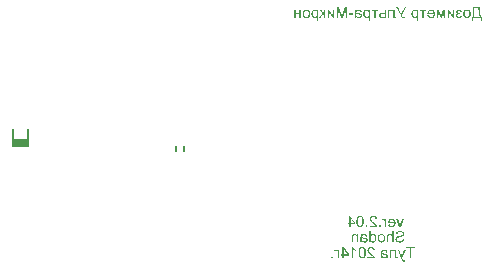
<source format=gbo>
%FSLAX25Y25*%
%MOIN*%
G70*
G01*
G75*
G04 Layer_Color=32896*
%ADD10R,0.07874X0.01969*%
%ADD11R,0.07874X0.09843*%
%ADD12R,0.03543X0.02756*%
%ADD13R,0.01969X0.02362*%
%ADD14R,0.05906X0.05906*%
%ADD15R,0.06693X0.04331*%
%ADD16R,0.03543X0.03150*%
%ADD17R,0.04331X0.06693*%
%ADD18R,0.02362X0.04528*%
%ADD19O,0.00984X0.03543*%
%ADD20O,0.03543X0.00984*%
%ADD21R,0.22441X0.22441*%
%ADD22R,0.07480X0.10236*%
%ADD23R,0.02559X0.04331*%
%ADD24R,0.04724X0.02362*%
%ADD25R,0.06693X0.03150*%
%ADD26R,0.03150X0.03543*%
%ADD27R,0.00984X0.04331*%
%ADD28R,0.08071X0.08071*%
%ADD29O,0.00787X0.03543*%
%ADD30O,0.03543X0.00787*%
%ADD31R,0.05315X0.04724*%
%ADD32R,0.19685X0.04724*%
%ADD33R,0.01969X0.01969*%
%ADD34R,0.12992X0.05512*%
%ADD35R,0.05118X0.02756*%
%ADD36R,0.05709X0.17323*%
%ADD37C,0.00984*%
%ADD38C,0.01181*%
%ADD39C,0.01969*%
%ADD40C,0.01575*%
%ADD41C,0.03937*%
%ADD42R,0.13780X0.06496*%
%ADD43R,0.15748X0.07874*%
%ADD44C,0.05118*%
%ADD45R,0.09055X0.07087*%
%ADD46C,0.04724*%
%ADD47P,0.06392X8X112.5*%
%ADD48C,0.06000*%
%ADD49C,0.04331*%
%ADD50C,0.02756*%
%ADD51C,0.01969*%
%ADD52C,0.03543*%
%ADD53C,0.03937*%
%ADD54R,0.03937X0.05906*%
%ADD55R,0.05906X0.06890*%
%ADD56C,0.01000*%
%ADD57C,0.00787*%
%ADD58C,0.00394*%
%ADD59C,0.00606*%
%ADD60C,0.00591*%
%ADD61R,0.08661X0.02756*%
%ADD62R,0.08661X0.10630*%
%ADD63R,0.04331X0.03543*%
%ADD64R,0.02756X0.03150*%
%ADD65R,0.06693X0.06693*%
%ADD66R,0.07480X0.05118*%
%ADD67R,0.04331X0.03937*%
%ADD68R,0.05118X0.07480*%
%ADD69R,0.03150X0.05315*%
%ADD70O,0.01772X0.04331*%
%ADD71O,0.04331X0.01772*%
%ADD72R,0.23228X0.23228*%
%ADD73R,0.08268X0.11024*%
%ADD74R,0.03347X0.05118*%
%ADD75R,0.05512X0.03150*%
%ADD76R,0.07480X0.03937*%
%ADD77R,0.03937X0.04331*%
%ADD78R,0.01772X0.05118*%
%ADD79R,0.08858X0.08858*%
%ADD80O,0.01575X0.04331*%
%ADD81O,0.04331X0.01575*%
%ADD82R,0.06102X0.05512*%
%ADD83R,0.20472X0.05512*%
%ADD84R,0.02756X0.02756*%
%ADD85R,0.13780X0.06299*%
%ADD86R,0.05906X0.03543*%
%ADD87R,0.06496X0.18110*%
%ADD88R,0.16535X0.08661*%
%ADD89C,0.05906*%
%ADD90R,0.09843X0.07874*%
%ADD91C,0.05512*%
%ADD92P,0.07244X8X112.5*%
%ADD93C,0.06787*%
%ADD94C,0.02756*%
%ADD95R,0.04724X0.06693*%
%ADD96R,0.06693X0.07677*%
%ADD97R,0.05118X0.02165*%
G36*
X131926Y-4114D02*
X131956Y-4188D01*
X131985Y-4257D01*
X132010Y-4321D01*
X132039Y-4375D01*
X132064Y-4424D01*
X132088Y-4469D01*
X132108Y-4508D01*
X132128Y-4538D01*
X132167Y-4592D01*
X132192Y-4626D01*
X132211Y-4646D01*
X132216Y-4651D01*
X132266Y-4690D01*
X132320Y-4715D01*
X132374Y-4734D01*
X132423Y-4749D01*
X132467Y-4759D01*
X132502Y-4764D01*
X132531D01*
X132615Y-4759D01*
X132694Y-4744D01*
X132763Y-4729D01*
X132826Y-4705D01*
X132881Y-4685D01*
X132920Y-4670D01*
X132945Y-4656D01*
X132954Y-4651D01*
Y-5079D01*
X132851Y-5108D01*
X132763Y-5128D01*
X132684Y-5148D01*
X132615Y-5158D01*
X132556Y-5162D01*
X132517Y-5167D01*
X132482D01*
X132369Y-5162D01*
X132275Y-5143D01*
X132192Y-5113D01*
X132123Y-5084D01*
X132069Y-5054D01*
X132029Y-5025D01*
X132010Y-5005D01*
X132000Y-5000D01*
X131965Y-4966D01*
X131931Y-4921D01*
X131897Y-4867D01*
X131857Y-4813D01*
X131783Y-4695D01*
X131715Y-4572D01*
X131656Y-4459D01*
X131631Y-4410D01*
X131606Y-4365D01*
X131587Y-4331D01*
X131572Y-4301D01*
X131567Y-4282D01*
X131562Y-4277D01*
X130145Y-1335D01*
X130642D01*
X131720Y-3657D01*
X132954Y-1335D01*
X133456D01*
X131926Y-4114D01*
D02*
G37*
G36*
X106529Y-5118D02*
X106067D01*
Y-3849D01*
X106008Y-3854D01*
X105958Y-3864D01*
X105914Y-3873D01*
X105870Y-3888D01*
X105840Y-3908D01*
X105816Y-3918D01*
X105801Y-3928D01*
X105796Y-3932D01*
X105752Y-3972D01*
X105708Y-4021D01*
X105663Y-4075D01*
X105619Y-4134D01*
X105585Y-4188D01*
X105555Y-4233D01*
X105535Y-4262D01*
X105530Y-4267D01*
Y-4272D01*
X105033Y-5118D01*
X104522D01*
X105033Y-4272D01*
X105088Y-4188D01*
X105142Y-4109D01*
X105196Y-4041D01*
X105250Y-3982D01*
X105299Y-3928D01*
X105348Y-3883D01*
X105393Y-3844D01*
X105437Y-3809D01*
X105476Y-3785D01*
X105516Y-3760D01*
X105545Y-3745D01*
X105575Y-3731D01*
X105594Y-3721D01*
X105609Y-3716D01*
X105619Y-3711D01*
X105624D01*
X105560Y-3677D01*
X105501Y-3647D01*
X105457Y-3613D01*
X105417Y-3588D01*
X105388Y-3563D01*
X105368Y-3544D01*
X105358Y-3529D01*
X105353Y-3524D01*
X105319Y-3480D01*
X105284Y-3421D01*
X105250Y-3362D01*
X105220Y-3303D01*
X105196Y-3244D01*
X105176Y-3199D01*
X105166Y-3180D01*
X105161Y-3165D01*
X105156Y-3160D01*
Y-3155D01*
X105137Y-3106D01*
X105117Y-3062D01*
X105088Y-2983D01*
X105058Y-2924D01*
X105033Y-2880D01*
X105019Y-2850D01*
X105004Y-2830D01*
X104994Y-2820D01*
Y-2816D01*
X104970Y-2796D01*
X104935Y-2786D01*
X104856Y-2766D01*
X104817D01*
X104787Y-2761D01*
X104758D01*
X104625Y-2766D01*
Y-2378D01*
X104802D01*
X104876Y-2383D01*
X104940Y-2387D01*
X104989Y-2397D01*
X105028Y-2402D01*
X105058Y-2412D01*
X105073Y-2417D01*
X105078D01*
X105117Y-2432D01*
X105156Y-2451D01*
X105191Y-2476D01*
X105220Y-2501D01*
X105240Y-2520D01*
X105260Y-2540D01*
X105270Y-2550D01*
X105274Y-2555D01*
X105289Y-2575D01*
X105309Y-2604D01*
X105343Y-2663D01*
X105383Y-2737D01*
X105417Y-2806D01*
X105447Y-2875D01*
X105471Y-2929D01*
X105481Y-2953D01*
X105491Y-2968D01*
X105496Y-2978D01*
Y-2983D01*
X105530Y-3057D01*
X105560Y-3121D01*
X105585Y-3180D01*
X105614Y-3234D01*
X105634Y-3278D01*
X105658Y-3317D01*
X105678Y-3352D01*
X105693Y-3381D01*
X105722Y-3426D01*
X105747Y-3455D01*
X105757Y-3470D01*
X105762Y-3475D01*
X105801Y-3504D01*
X105845Y-3524D01*
X105894Y-3539D01*
X105949Y-3549D01*
X105993Y-3554D01*
X106032Y-3559D01*
X106067D01*
Y-2378D01*
X106529D01*
Y-5118D01*
D02*
G37*
G36*
X98337D02*
X97875D01*
Y-3903D01*
X96581D01*
Y-5118D01*
X96118D01*
Y-2378D01*
X96581D01*
Y-3519D01*
X97875D01*
Y-2378D01*
X98337D01*
Y-5118D01*
D02*
G37*
G36*
X109476D02*
X108979D01*
X107685Y-3042D01*
Y-5118D01*
X107223D01*
Y-2378D01*
X107720D01*
X109014Y-4469D01*
Y-2378D01*
X109476D01*
Y-5118D01*
D02*
G37*
G36*
X149476D02*
X148979D01*
X147685Y-3042D01*
Y-5118D01*
X147222D01*
Y-2378D01*
X147719D01*
X149013Y-4469D01*
Y-2378D01*
X149476D01*
Y-5118D01*
D02*
G37*
G36*
X115823Y-3982D02*
X114396D01*
Y-3514D01*
X115823D01*
Y-3982D01*
D02*
G37*
G36*
X117550Y-2324D02*
X117668Y-2333D01*
X117776Y-2348D01*
X117865Y-2368D01*
X117944Y-2387D01*
X117973Y-2392D01*
X117998Y-2402D01*
X118017Y-2407D01*
X118032Y-2412D01*
X118042Y-2417D01*
X118047D01*
X118140Y-2456D01*
X118224Y-2501D01*
X118293Y-2545D01*
X118352Y-2589D01*
X118396Y-2633D01*
X118431Y-2663D01*
X118450Y-2683D01*
X118455Y-2692D01*
X118504Y-2761D01*
X118549Y-2840D01*
X118583Y-2919D01*
X118608Y-2993D01*
X118632Y-3057D01*
X118647Y-3111D01*
X118652Y-3130D01*
Y-3145D01*
X118657Y-3155D01*
Y-3160D01*
X118204Y-3224D01*
X118175Y-3125D01*
X118135Y-3037D01*
X118101Y-2968D01*
X118062Y-2914D01*
X118032Y-2870D01*
X118003Y-2840D01*
X117983Y-2825D01*
X117978Y-2820D01*
X117914Y-2781D01*
X117835Y-2752D01*
X117757Y-2732D01*
X117673Y-2717D01*
X117604Y-2707D01*
X117545Y-2702D01*
X117491D01*
X117368Y-2707D01*
X117260Y-2727D01*
X117171Y-2752D01*
X117092Y-2781D01*
X117033Y-2811D01*
X116994Y-2835D01*
X116969Y-2855D01*
X116960Y-2860D01*
X116915Y-2909D01*
X116881Y-2973D01*
X116861Y-3037D01*
X116841Y-3106D01*
X116832Y-3165D01*
X116827Y-3219D01*
Y-3234D01*
Y-3249D01*
Y-3258D01*
Y-3263D01*
Y-3273D01*
Y-3293D01*
Y-3332D01*
X116832Y-3352D01*
Y-3367D01*
Y-3376D01*
Y-3381D01*
X116886Y-3396D01*
X116945Y-3416D01*
X117073Y-3445D01*
X117210Y-3475D01*
X117343Y-3499D01*
X117407Y-3509D01*
X117466Y-3519D01*
X117520Y-3524D01*
X117565Y-3529D01*
X117604Y-3539D01*
X117634D01*
X117653Y-3544D01*
X117658D01*
X117757Y-3559D01*
X117840Y-3568D01*
X117909Y-3578D01*
X117968Y-3593D01*
X118012Y-3598D01*
X118047Y-3608D01*
X118067Y-3613D01*
X118071D01*
X118140Y-3632D01*
X118204Y-3657D01*
X118258Y-3681D01*
X118308Y-3706D01*
X118347Y-3731D01*
X118381Y-3750D01*
X118401Y-3760D01*
X118406Y-3765D01*
X118460Y-3805D01*
X118504Y-3849D01*
X118549Y-3893D01*
X118583Y-3932D01*
X118608Y-3972D01*
X118632Y-4001D01*
X118642Y-4021D01*
X118647Y-4031D01*
X118677Y-4095D01*
X118696Y-4159D01*
X118716Y-4223D01*
X118726Y-4277D01*
X118731Y-4326D01*
X118736Y-4365D01*
Y-4390D01*
Y-4400D01*
X118731Y-4464D01*
X118726Y-4523D01*
X118696Y-4631D01*
X118657Y-4724D01*
X118613Y-4808D01*
X118568Y-4872D01*
X118534Y-4921D01*
X118504Y-4951D01*
X118500Y-4956D01*
X118495Y-4961D01*
X118445Y-5000D01*
X118396Y-5029D01*
X118283Y-5084D01*
X118170Y-5123D01*
X118057Y-5148D01*
X117958Y-5167D01*
X117914Y-5172D01*
X117875D01*
X117845Y-5177D01*
X117801D01*
X117702Y-5172D01*
X117609Y-5162D01*
X117520Y-5148D01*
X117447Y-5133D01*
X117383Y-5118D01*
X117333Y-5103D01*
X117319Y-5098D01*
X117304Y-5094D01*
X117299Y-5089D01*
X117294D01*
X117206Y-5049D01*
X117112Y-5000D01*
X117028Y-4946D01*
X116955Y-4897D01*
X116886Y-4848D01*
X116837Y-4808D01*
X116817Y-4793D01*
X116802Y-4784D01*
X116797Y-4774D01*
X116792D01*
X116782Y-4848D01*
X116768Y-4911D01*
X116758Y-4970D01*
X116738Y-5020D01*
X116728Y-5064D01*
X116714Y-5094D01*
X116709Y-5113D01*
X116704Y-5118D01*
X116217D01*
X116246Y-5059D01*
X116271Y-5000D01*
X116290Y-4946D01*
X116310Y-4892D01*
X116320Y-4852D01*
X116330Y-4818D01*
X116335Y-4798D01*
Y-4789D01*
X116340Y-4749D01*
X116344Y-4705D01*
Y-4651D01*
X116349Y-4587D01*
X116354Y-4454D01*
Y-4316D01*
X116359Y-4247D01*
Y-4183D01*
Y-4124D01*
Y-4075D01*
Y-4031D01*
Y-4001D01*
Y-3977D01*
Y-3972D01*
Y-3352D01*
Y-3244D01*
X116364Y-3155D01*
X116369Y-3081D01*
Y-3022D01*
X116374Y-2978D01*
X116379Y-2948D01*
X116384Y-2929D01*
Y-2924D01*
X116404Y-2855D01*
X116423Y-2796D01*
X116448Y-2742D01*
X116472Y-2698D01*
X116497Y-2663D01*
X116517Y-2633D01*
X116527Y-2619D01*
X116532Y-2614D01*
X116576Y-2569D01*
X116625Y-2525D01*
X116679Y-2491D01*
X116733Y-2461D01*
X116782Y-2437D01*
X116822Y-2417D01*
X116846Y-2407D01*
X116851Y-2402D01*
X116856D01*
X116945Y-2373D01*
X117033Y-2353D01*
X117132Y-2338D01*
X117220Y-2328D01*
X117299Y-2324D01*
X117333Y-2319D01*
X117422D01*
X117550Y-2324D01*
D02*
G37*
G36*
X120515Y-74803D02*
X119984D01*
Y-74272D01*
X120515D01*
Y-74803D01*
D02*
G37*
G36*
X124918D02*
X124387D01*
Y-74272D01*
X124918D01*
Y-74803D01*
D02*
G37*
G36*
X125868Y-72009D02*
X125922Y-72018D01*
X125976Y-72033D01*
X126020Y-72048D01*
X126055Y-72068D01*
X126084Y-72082D01*
X126104Y-72092D01*
X126109Y-72097D01*
X126158Y-72141D01*
X126212Y-72196D01*
X126261Y-72259D01*
X126306Y-72328D01*
X126340Y-72387D01*
X126375Y-72437D01*
X126384Y-72456D01*
X126394Y-72471D01*
X126399Y-72481D01*
Y-72063D01*
X126818D01*
Y-74803D01*
X126355D01*
Y-73376D01*
X126350Y-73268D01*
X126345Y-73165D01*
X126330Y-73076D01*
X126316Y-72993D01*
X126306Y-72929D01*
X126291Y-72879D01*
X126286Y-72860D01*
Y-72845D01*
X126281Y-72840D01*
Y-72835D01*
X126257Y-72776D01*
X126232Y-72727D01*
X126202Y-72683D01*
X126173Y-72648D01*
X126148Y-72619D01*
X126129Y-72594D01*
X126114Y-72584D01*
X126109Y-72579D01*
X126060Y-72550D01*
X126015Y-72525D01*
X125966Y-72510D01*
X125927Y-72496D01*
X125888Y-72491D01*
X125858Y-72486D01*
X125833D01*
X125769Y-72491D01*
X125706Y-72501D01*
X125646Y-72515D01*
X125597Y-72535D01*
X125553Y-72555D01*
X125519Y-72570D01*
X125499Y-72579D01*
X125489Y-72584D01*
X125327Y-72156D01*
X125420Y-72107D01*
X125504Y-72068D01*
X125587Y-72043D01*
X125661Y-72023D01*
X125720Y-72013D01*
X125769Y-72004D01*
X125809D01*
X125868Y-72009D01*
D02*
G37*
G36*
X151183Y-2328D02*
X151311Y-2353D01*
X151424Y-2387D01*
X151527Y-2437D01*
X151621Y-2496D01*
X151705Y-2560D01*
X151773Y-2629D01*
X151832Y-2702D01*
X151887Y-2776D01*
X151931Y-2845D01*
X151965Y-2909D01*
X151990Y-2968D01*
X152010Y-3017D01*
X152024Y-3052D01*
X152029Y-3076D01*
X152034Y-3086D01*
X151591Y-3160D01*
X151557Y-3081D01*
X151523Y-3007D01*
X151483Y-2948D01*
X151439Y-2894D01*
X151395Y-2850D01*
X151350Y-2816D01*
X151306Y-2786D01*
X151257Y-2761D01*
X151217Y-2742D01*
X151178Y-2727D01*
X151139Y-2717D01*
X151109Y-2707D01*
X151080D01*
X151060Y-2702D01*
X151045D01*
X150971Y-2707D01*
X150908Y-2722D01*
X150853Y-2737D01*
X150809Y-2757D01*
X150770Y-2781D01*
X150745Y-2796D01*
X150725Y-2811D01*
X150721Y-2816D01*
X150676Y-2860D01*
X150647Y-2909D01*
X150622Y-2958D01*
X150607Y-3007D01*
X150598Y-3052D01*
X150593Y-3086D01*
Y-3106D01*
Y-3116D01*
X150598Y-3170D01*
X150607Y-3219D01*
X150622Y-3263D01*
X150642Y-3303D01*
X150662Y-3332D01*
X150676Y-3352D01*
X150686Y-3367D01*
X150691Y-3371D01*
X150725Y-3406D01*
X150760Y-3435D01*
X150794Y-3455D01*
X150829Y-3470D01*
X150853Y-3485D01*
X150873Y-3490D01*
X150888Y-3494D01*
X150893D01*
X150942Y-3499D01*
X151001Y-3504D01*
X151065Y-3509D01*
X151134D01*
X151193Y-3514D01*
X151291D01*
Y-3878D01*
X151090D01*
X151001Y-3883D01*
X150932Y-3888D01*
X150878Y-3893D01*
X150834Y-3898D01*
X150804Y-3903D01*
X150789Y-3908D01*
X150785D01*
X150745Y-3923D01*
X150706Y-3942D01*
X150666Y-3967D01*
X150637Y-3991D01*
X150612Y-4016D01*
X150588Y-4036D01*
X150578Y-4050D01*
X150573Y-4055D01*
X150539Y-4100D01*
X150514Y-4149D01*
X150499Y-4198D01*
X150484Y-4237D01*
X150479Y-4277D01*
X150475Y-4306D01*
Y-4331D01*
Y-4336D01*
X150479Y-4410D01*
X150499Y-4474D01*
X150524Y-4533D01*
X150553Y-4582D01*
X150583Y-4621D01*
X150607Y-4651D01*
X150627Y-4670D01*
X150632Y-4675D01*
X150696Y-4720D01*
X150760Y-4749D01*
X150824Y-4774D01*
X150888Y-4789D01*
X150942Y-4798D01*
X150986Y-4803D01*
X151026D01*
X151109Y-4798D01*
X151188Y-4779D01*
X151257Y-4759D01*
X151321Y-4729D01*
X151370Y-4705D01*
X151404Y-4680D01*
X151429Y-4665D01*
X151439Y-4660D01*
X151503Y-4602D01*
X151552Y-4538D01*
X151596Y-4469D01*
X151626Y-4405D01*
X151650Y-4346D01*
X151670Y-4296D01*
X151675Y-4277D01*
Y-4262D01*
X151680Y-4257D01*
Y-4252D01*
X152118Y-4346D01*
X152083Y-4493D01*
X152029Y-4621D01*
X151965Y-4729D01*
X151887Y-4828D01*
X151803Y-4907D01*
X151709Y-4975D01*
X151616Y-5029D01*
X151523Y-5074D01*
X151429Y-5108D01*
X151340Y-5133D01*
X151257Y-5153D01*
X151183Y-5162D01*
X151124Y-5172D01*
X151075Y-5177D01*
X151035D01*
X150947Y-5172D01*
X150863Y-5167D01*
X150785Y-5158D01*
X150716Y-5143D01*
X150647Y-5123D01*
X150583Y-5103D01*
X150529Y-5084D01*
X150479Y-5064D01*
X150435Y-5044D01*
X150396Y-5025D01*
X150361Y-5005D01*
X150332Y-4985D01*
X150312Y-4970D01*
X150297Y-4961D01*
X150288Y-4951D01*
X150283D01*
X150233Y-4907D01*
X150194Y-4857D01*
X150155Y-4808D01*
X150125Y-4759D01*
X150076Y-4660D01*
X150047Y-4562D01*
X150027Y-4479D01*
X150022Y-4444D01*
X150017Y-4410D01*
X150012Y-4385D01*
Y-4365D01*
Y-4355D01*
Y-4351D01*
X150017Y-4267D01*
X150027Y-4188D01*
X150047Y-4119D01*
X150061Y-4060D01*
X150081Y-4016D01*
X150101Y-3977D01*
X150110Y-3957D01*
X150115Y-3947D01*
X150160Y-3883D01*
X150209Y-3829D01*
X150258Y-3780D01*
X150307Y-3740D01*
X150356Y-3706D01*
X150391Y-3681D01*
X150416Y-3667D01*
X150425Y-3662D01*
X150366Y-3622D01*
X150317Y-3583D01*
X150273Y-3539D01*
X150238Y-3494D01*
X150204Y-3450D01*
X150179Y-3406D01*
X150140Y-3322D01*
X150115Y-3249D01*
X150110Y-3214D01*
X150106Y-3185D01*
X150101Y-3165D01*
Y-3145D01*
Y-3135D01*
Y-3130D01*
X150106Y-3071D01*
X150110Y-3012D01*
X150140Y-2904D01*
X150179Y-2806D01*
X150224Y-2722D01*
X150273Y-2653D01*
X150312Y-2604D01*
X150327Y-2584D01*
X150342Y-2569D01*
X150347Y-2565D01*
X150352Y-2560D01*
X150401Y-2515D01*
X150455Y-2481D01*
X150509Y-2447D01*
X150563Y-2422D01*
X150681Y-2378D01*
X150789Y-2348D01*
X150888Y-2333D01*
X150932Y-2324D01*
X150967D01*
X150996Y-2319D01*
X151040D01*
X151183Y-2328D01*
D02*
G37*
G36*
X118227Y-71015D02*
X118360Y-71039D01*
X118478Y-71074D01*
X118576Y-71113D01*
X118621Y-71138D01*
X118655Y-71157D01*
X118690Y-71177D01*
X118714Y-71192D01*
X118734Y-71207D01*
X118749Y-71216D01*
X118758Y-71221D01*
X118763Y-71226D01*
X118857Y-71315D01*
X118940Y-71418D01*
X119009Y-71526D01*
X119069Y-71625D01*
X119113Y-71718D01*
X119132Y-71758D01*
X119147Y-71792D01*
X119157Y-71822D01*
X119167Y-71841D01*
X119172Y-71856D01*
Y-71861D01*
X119196Y-71940D01*
X119216Y-72023D01*
X119251Y-72201D01*
X119275Y-72382D01*
X119290Y-72555D01*
X119300Y-72633D01*
Y-72707D01*
X119305Y-72771D01*
X119309Y-72825D01*
Y-72874D01*
Y-72909D01*
Y-72929D01*
Y-72939D01*
X119305Y-73130D01*
X119295Y-73312D01*
X119275Y-73475D01*
X119251Y-73627D01*
X119226Y-73770D01*
X119192Y-73893D01*
X119157Y-74006D01*
X119123Y-74109D01*
X119088Y-74198D01*
X119059Y-74272D01*
X119024Y-74336D01*
X119000Y-74390D01*
X118975Y-74429D01*
X118955Y-74454D01*
X118946Y-74474D01*
X118940Y-74478D01*
X118877Y-74547D01*
X118813Y-74606D01*
X118744Y-74660D01*
X118675Y-74705D01*
X118601Y-74739D01*
X118527Y-74774D01*
X118458Y-74798D01*
X118389Y-74818D01*
X118325Y-74833D01*
X118266Y-74847D01*
X118217Y-74857D01*
X118168Y-74862D01*
X118134D01*
X118104Y-74867D01*
X118079D01*
X118006Y-74862D01*
X117932Y-74857D01*
X117799Y-74833D01*
X117681Y-74798D01*
X117583Y-74754D01*
X117538Y-74734D01*
X117504Y-74715D01*
X117470Y-74695D01*
X117445Y-74680D01*
X117425Y-74665D01*
X117405Y-74656D01*
X117401Y-74646D01*
X117396D01*
X117297Y-74557D01*
X117214Y-74454D01*
X117145Y-74351D01*
X117086Y-74247D01*
X117041Y-74159D01*
X117022Y-74119D01*
X117007Y-74085D01*
X116997Y-74055D01*
X116987Y-74036D01*
X116982Y-74021D01*
Y-74016D01*
X116958Y-73937D01*
X116938Y-73854D01*
X116904Y-73677D01*
X116879Y-73494D01*
X116859Y-73322D01*
X116854Y-73243D01*
X116850Y-73170D01*
Y-73106D01*
X116845Y-73052D01*
Y-73002D01*
Y-72968D01*
Y-72948D01*
Y-72939D01*
Y-72835D01*
X116850Y-72737D01*
X116854Y-72648D01*
X116859Y-72565D01*
X116864Y-72481D01*
X116874Y-72412D01*
X116879Y-72343D01*
X116889Y-72284D01*
X116899Y-72230D01*
X116904Y-72181D01*
X116913Y-72141D01*
X116918Y-72107D01*
X116923Y-72082D01*
X116928Y-72063D01*
X116933Y-72053D01*
Y-72048D01*
X116968Y-71930D01*
X117002Y-71817D01*
X117041Y-71723D01*
X117081Y-71640D01*
X117115Y-71571D01*
X117140Y-71522D01*
X117150Y-71507D01*
X117159Y-71492D01*
X117164Y-71487D01*
Y-71482D01*
X117224Y-71399D01*
X117287Y-71330D01*
X117351Y-71271D01*
X117410Y-71216D01*
X117464Y-71177D01*
X117504Y-71153D01*
X117533Y-71133D01*
X117538Y-71128D01*
X117543D01*
X117632Y-71088D01*
X117725Y-71059D01*
X117814Y-71034D01*
X117897Y-71020D01*
X117971Y-71010D01*
X118001D01*
X118030Y-71005D01*
X118153D01*
X118227Y-71015D01*
D02*
G37*
G36*
X116530Y-73470D02*
Y-73898D01*
X114886D01*
Y-74803D01*
X114424D01*
Y-73898D01*
X113912D01*
Y-73470D01*
X114424D01*
Y-71020D01*
X114803D01*
X116530Y-73470D01*
D02*
G37*
G36*
X158012Y-1891D02*
Y-2083D01*
X158017Y-2265D01*
X158022Y-2442D01*
X158032Y-2609D01*
X158042Y-2771D01*
X158051Y-2924D01*
X158066Y-3067D01*
X158081Y-3209D01*
X158101Y-3337D01*
X158115Y-3460D01*
X158135Y-3578D01*
X158155Y-3691D01*
X158174Y-3795D01*
X158194Y-3888D01*
X158219Y-3982D01*
X158238Y-4065D01*
X158258Y-4144D01*
X158283Y-4213D01*
X158302Y-4282D01*
X158322Y-4341D01*
X158342Y-4395D01*
X158361Y-4449D01*
X158376Y-4493D01*
X158396Y-4528D01*
X158411Y-4562D01*
X158420Y-4592D01*
X158445Y-4636D01*
X158460Y-4660D01*
X158465Y-4670D01*
X158760D01*
Y-5999D01*
X158312D01*
Y-5118D01*
X155818D01*
Y-5999D01*
X155370D01*
Y-4670D01*
X155709D01*
Y-1335D01*
X158012D01*
Y-1891D01*
D02*
G37*
G36*
X100261Y-2324D02*
X100350Y-2333D01*
X100433Y-2348D01*
X100517Y-2368D01*
X100591Y-2387D01*
X100664Y-2417D01*
X100728Y-2442D01*
X100787Y-2471D01*
X100842Y-2501D01*
X100891Y-2525D01*
X100930Y-2555D01*
X100965Y-2575D01*
X100994Y-2594D01*
X101014Y-2609D01*
X101024Y-2619D01*
X101029Y-2624D01*
X101102Y-2698D01*
X101166Y-2776D01*
X101220Y-2865D01*
X101270Y-2953D01*
X101309Y-3047D01*
X101343Y-3140D01*
X101373Y-3234D01*
X101393Y-3327D01*
X101412Y-3411D01*
X101422Y-3490D01*
X101432Y-3563D01*
X101442Y-3627D01*
Y-3677D01*
X101447Y-3716D01*
Y-3740D01*
Y-3750D01*
X101442Y-3878D01*
X101432Y-3996D01*
X101412Y-4105D01*
X101393Y-4208D01*
X101363Y-4306D01*
X101334Y-4390D01*
X101304Y-4469D01*
X101270Y-4543D01*
X101235Y-4606D01*
X101206Y-4660D01*
X101176Y-4705D01*
X101147Y-4744D01*
X101127Y-4774D01*
X101107Y-4793D01*
X101097Y-4808D01*
X101093Y-4813D01*
X101024Y-4877D01*
X100950Y-4931D01*
X100876Y-4980D01*
X100797Y-5025D01*
X100719Y-5059D01*
X100645Y-5089D01*
X100571Y-5113D01*
X100497Y-5133D01*
X100428Y-5148D01*
X100364Y-5158D01*
X100310Y-5167D01*
X100261Y-5172D01*
X100222D01*
X100192Y-5177D01*
X100168D01*
X100035Y-5172D01*
X99912Y-5153D01*
X99799Y-5123D01*
X99705Y-5094D01*
X99621Y-5064D01*
X99587Y-5049D01*
X99562Y-5034D01*
X99538Y-5025D01*
X99523Y-5015D01*
X99513Y-5010D01*
X99508D01*
X99400Y-4941D01*
X99307Y-4867D01*
X99228Y-4789D01*
X99164Y-4715D01*
X99110Y-4646D01*
X99075Y-4592D01*
X99061Y-4572D01*
X99051Y-4557D01*
X99046Y-4547D01*
Y-4543D01*
X99016Y-4483D01*
X98992Y-4420D01*
X98952Y-4282D01*
X98923Y-4144D01*
X98903Y-4011D01*
X98898Y-3952D01*
X98893Y-3893D01*
X98888Y-3844D01*
X98883Y-3799D01*
Y-3760D01*
Y-3736D01*
Y-3716D01*
Y-3711D01*
X98888Y-3593D01*
X98898Y-3480D01*
X98918Y-3376D01*
X98938Y-3278D01*
X98967Y-3185D01*
X98997Y-3101D01*
X99031Y-3027D01*
X99061Y-2958D01*
X99095Y-2899D01*
X99129Y-2845D01*
X99159Y-2796D01*
X99189Y-2761D01*
X99208Y-2732D01*
X99228Y-2707D01*
X99238Y-2698D01*
X99243Y-2692D01*
X99312Y-2629D01*
X99385Y-2569D01*
X99459Y-2520D01*
X99538Y-2476D01*
X99616Y-2442D01*
X99695Y-2412D01*
X99769Y-2383D01*
X99838Y-2363D01*
X99907Y-2348D01*
X99971Y-2338D01*
X100025Y-2328D01*
X100074Y-2324D01*
X100113Y-2319D01*
X100168D01*
X100261Y-2324D01*
D02*
G37*
G36*
X153820D02*
X153909Y-2333D01*
X153992Y-2348D01*
X154076Y-2368D01*
X154150Y-2387D01*
X154224Y-2417D01*
X154288Y-2442D01*
X154347Y-2471D01*
X154401Y-2501D01*
X154450Y-2525D01*
X154489Y-2555D01*
X154524Y-2575D01*
X154553Y-2594D01*
X154573Y-2609D01*
X154583Y-2619D01*
X154588Y-2624D01*
X154662Y-2698D01*
X154725Y-2776D01*
X154780Y-2865D01*
X154829Y-2953D01*
X154868Y-3047D01*
X154903Y-3140D01*
X154932Y-3234D01*
X154952Y-3327D01*
X154971Y-3411D01*
X154981Y-3490D01*
X154991Y-3563D01*
X155001Y-3627D01*
Y-3677D01*
X155006Y-3716D01*
Y-3740D01*
Y-3750D01*
X155001Y-3878D01*
X154991Y-3996D01*
X154971Y-4105D01*
X154952Y-4208D01*
X154922Y-4306D01*
X154893Y-4390D01*
X154863Y-4469D01*
X154829Y-4543D01*
X154794Y-4606D01*
X154765Y-4660D01*
X154735Y-4705D01*
X154706Y-4744D01*
X154686Y-4774D01*
X154666Y-4793D01*
X154657Y-4808D01*
X154652Y-4813D01*
X154583Y-4877D01*
X154509Y-4931D01*
X154435Y-4980D01*
X154356Y-5025D01*
X154278Y-5059D01*
X154204Y-5089D01*
X154130Y-5113D01*
X154056Y-5133D01*
X153987Y-5148D01*
X153923Y-5158D01*
X153869Y-5167D01*
X153820Y-5172D01*
X153781D01*
X153751Y-5177D01*
X153727D01*
X153594Y-5172D01*
X153471Y-5153D01*
X153358Y-5123D01*
X153264Y-5094D01*
X153181Y-5064D01*
X153146Y-5049D01*
X153121Y-5034D01*
X153097Y-5025D01*
X153082Y-5015D01*
X153072Y-5010D01*
X153067D01*
X152959Y-4941D01*
X152866Y-4867D01*
X152787Y-4789D01*
X152723Y-4715D01*
X152669Y-4646D01*
X152634Y-4592D01*
X152620Y-4572D01*
X152610Y-4557D01*
X152605Y-4547D01*
Y-4543D01*
X152575Y-4483D01*
X152551Y-4420D01*
X152511Y-4282D01*
X152482Y-4144D01*
X152462Y-4011D01*
X152457Y-3952D01*
X152452Y-3893D01*
X152447Y-3844D01*
X152443Y-3799D01*
Y-3760D01*
Y-3736D01*
Y-3716D01*
Y-3711D01*
X152447Y-3593D01*
X152457Y-3480D01*
X152477Y-3376D01*
X152497Y-3278D01*
X152526Y-3185D01*
X152556Y-3101D01*
X152590Y-3027D01*
X152620Y-2958D01*
X152654Y-2899D01*
X152689Y-2845D01*
X152718Y-2796D01*
X152748Y-2761D01*
X152767Y-2732D01*
X152787Y-2707D01*
X152797Y-2698D01*
X152802Y-2692D01*
X152871Y-2629D01*
X152944Y-2569D01*
X153018Y-2520D01*
X153097Y-2476D01*
X153176Y-2442D01*
X153254Y-2412D01*
X153328Y-2383D01*
X153397Y-2363D01*
X153466Y-2348D01*
X153530Y-2338D01*
X153584Y-2328D01*
X153633Y-2324D01*
X153673Y-2319D01*
X153727D01*
X153820Y-2324D01*
D02*
G37*
G36*
X103090D02*
X103179Y-2333D01*
X103257Y-2353D01*
X103326Y-2373D01*
X103380Y-2392D01*
X103420Y-2412D01*
X103444Y-2422D01*
X103454Y-2427D01*
X103523Y-2471D01*
X103587Y-2520D01*
X103641Y-2569D01*
X103690Y-2619D01*
X103730Y-2668D01*
X103764Y-2702D01*
X103784Y-2727D01*
X103789Y-2737D01*
Y-2378D01*
X104212D01*
Y-6166D01*
X103749D01*
Y-4833D01*
X103700Y-4887D01*
X103651Y-4931D01*
X103602Y-4975D01*
X103552Y-5010D01*
X103513Y-5039D01*
X103479Y-5059D01*
X103459Y-5074D01*
X103449Y-5079D01*
X103375Y-5113D01*
X103306Y-5138D01*
X103233Y-5153D01*
X103169Y-5162D01*
X103115Y-5172D01*
X103070Y-5177D01*
X103031D01*
X102913Y-5167D01*
X102800Y-5148D01*
X102696Y-5123D01*
X102608Y-5089D01*
X102534Y-5054D01*
X102500Y-5039D01*
X102475Y-5029D01*
X102455Y-5015D01*
X102441Y-5010D01*
X102431Y-5000D01*
X102426D01*
X102322Y-4926D01*
X102234Y-4848D01*
X102160Y-4759D01*
X102096Y-4675D01*
X102047Y-4602D01*
X102027Y-4572D01*
X102013Y-4543D01*
X101998Y-4518D01*
X101988Y-4503D01*
X101983Y-4493D01*
Y-4488D01*
X101934Y-4360D01*
X101894Y-4228D01*
X101870Y-4100D01*
X101850Y-3982D01*
X101845Y-3928D01*
X101840Y-3883D01*
X101835Y-3839D01*
X101830Y-3799D01*
Y-3770D01*
Y-3750D01*
Y-3736D01*
Y-3731D01*
X101835Y-3588D01*
X101850Y-3450D01*
X101875Y-3332D01*
X101899Y-3224D01*
X101914Y-3180D01*
X101924Y-3135D01*
X101934Y-3101D01*
X101949Y-3071D01*
X101953Y-3047D01*
X101963Y-3027D01*
X101968Y-3017D01*
Y-3012D01*
X102027Y-2894D01*
X102091Y-2791D01*
X102160Y-2707D01*
X102224Y-2633D01*
X102283Y-2575D01*
X102332Y-2535D01*
X102352Y-2520D01*
X102367Y-2510D01*
X102372Y-2501D01*
X102377D01*
X102480Y-2442D01*
X102583Y-2397D01*
X102691Y-2363D01*
X102785Y-2343D01*
X102869Y-2328D01*
X102908Y-2324D01*
X102937D01*
X102962Y-2319D01*
X102997D01*
X103090Y-2324D01*
D02*
G37*
G36*
X120394D02*
X120482Y-2333D01*
X120561Y-2353D01*
X120630Y-2373D01*
X120684Y-2392D01*
X120723Y-2412D01*
X120748Y-2422D01*
X120758Y-2427D01*
X120827Y-2471D01*
X120891Y-2520D01*
X120945Y-2569D01*
X120994Y-2619D01*
X121033Y-2668D01*
X121068Y-2702D01*
X121087Y-2727D01*
X121092Y-2737D01*
Y-2378D01*
X121515D01*
Y-6166D01*
X121053D01*
Y-4833D01*
X121004Y-4887D01*
X120955Y-4931D01*
X120905Y-4975D01*
X120856Y-5010D01*
X120817Y-5039D01*
X120782Y-5059D01*
X120763Y-5074D01*
X120753Y-5079D01*
X120679Y-5113D01*
X120610Y-5138D01*
X120536Y-5153D01*
X120472Y-5162D01*
X120418Y-5172D01*
X120374Y-5177D01*
X120335D01*
X120217Y-5167D01*
X120103Y-5148D01*
X120000Y-5123D01*
X119912Y-5089D01*
X119838Y-5054D01*
X119803Y-5039D01*
X119779Y-5029D01*
X119759Y-5015D01*
X119744Y-5010D01*
X119734Y-5000D01*
X119729D01*
X119626Y-4926D01*
X119538Y-4848D01*
X119464Y-4759D01*
X119400Y-4675D01*
X119351Y-4602D01*
X119331Y-4572D01*
X119316Y-4543D01*
X119301Y-4518D01*
X119292Y-4503D01*
X119287Y-4493D01*
Y-4488D01*
X119237Y-4360D01*
X119198Y-4228D01*
X119174Y-4100D01*
X119154Y-3982D01*
X119149Y-3928D01*
X119144Y-3883D01*
X119139Y-3839D01*
X119134Y-3799D01*
Y-3770D01*
Y-3750D01*
Y-3736D01*
Y-3731D01*
X119139Y-3588D01*
X119154Y-3450D01*
X119178Y-3332D01*
X119203Y-3224D01*
X119218Y-3180D01*
X119228Y-3135D01*
X119237Y-3101D01*
X119252Y-3071D01*
X119257Y-3047D01*
X119267Y-3027D01*
X119272Y-3017D01*
Y-3012D01*
X119331Y-2894D01*
X119395Y-2791D01*
X119464Y-2707D01*
X119528Y-2633D01*
X119587Y-2575D01*
X119636Y-2535D01*
X119656Y-2520D01*
X119670Y-2510D01*
X119675Y-2501D01*
X119680D01*
X119784Y-2442D01*
X119887Y-2397D01*
X119995Y-2363D01*
X120089Y-2343D01*
X120172Y-2328D01*
X120212Y-2324D01*
X120241D01*
X120266Y-2319D01*
X120300D01*
X120394Y-2324D01*
D02*
G37*
G36*
X136413D02*
X136502Y-2333D01*
X136581Y-2353D01*
X136649Y-2373D01*
X136704Y-2392D01*
X136743Y-2412D01*
X136767Y-2422D01*
X136777Y-2427D01*
X136846Y-2471D01*
X136910Y-2520D01*
X136964Y-2569D01*
X137013Y-2619D01*
X137053Y-2668D01*
X137087Y-2702D01*
X137107Y-2727D01*
X137112Y-2737D01*
Y-2378D01*
X137535D01*
Y-6166D01*
X137073D01*
Y-4833D01*
X137023Y-4887D01*
X136974Y-4931D01*
X136925Y-4975D01*
X136876Y-5010D01*
X136836Y-5039D01*
X136802Y-5059D01*
X136782Y-5074D01*
X136772Y-5079D01*
X136699Y-5113D01*
X136630Y-5138D01*
X136556Y-5153D01*
X136492Y-5162D01*
X136438Y-5172D01*
X136393Y-5177D01*
X136354D01*
X136236Y-5167D01*
X136123Y-5148D01*
X136020Y-5123D01*
X135931Y-5089D01*
X135857Y-5054D01*
X135823Y-5039D01*
X135798Y-5029D01*
X135778Y-5015D01*
X135764Y-5010D01*
X135754Y-5000D01*
X135749D01*
X135646Y-4926D01*
X135557Y-4848D01*
X135483Y-4759D01*
X135419Y-4675D01*
X135370Y-4602D01*
X135351Y-4572D01*
X135336Y-4543D01*
X135321Y-4518D01*
X135311Y-4503D01*
X135306Y-4493D01*
Y-4488D01*
X135257Y-4360D01*
X135218Y-4228D01*
X135193Y-4100D01*
X135173Y-3982D01*
X135168Y-3928D01*
X135163Y-3883D01*
X135159Y-3839D01*
X135154Y-3799D01*
Y-3770D01*
Y-3750D01*
Y-3736D01*
Y-3731D01*
X135159Y-3588D01*
X135173Y-3450D01*
X135198Y-3332D01*
X135223Y-3224D01*
X135237Y-3180D01*
X135247Y-3135D01*
X135257Y-3101D01*
X135272Y-3071D01*
X135277Y-3047D01*
X135286Y-3027D01*
X135291Y-3017D01*
Y-3012D01*
X135351Y-2894D01*
X135414Y-2791D01*
X135483Y-2707D01*
X135547Y-2633D01*
X135606Y-2575D01*
X135655Y-2535D01*
X135675Y-2520D01*
X135690Y-2510D01*
X135695Y-2501D01*
X135700D01*
X135803Y-2442D01*
X135906Y-2397D01*
X136015Y-2363D01*
X136108Y-2343D01*
X136192Y-2328D01*
X136231Y-2324D01*
X136261D01*
X136285Y-2319D01*
X136320D01*
X136413Y-2324D01*
D02*
G37*
G36*
X129550Y-4188D02*
Y-4252D01*
Y-4306D01*
Y-4360D01*
X129555Y-4405D01*
Y-4444D01*
X129560Y-4479D01*
Y-4528D01*
X129565Y-4567D01*
X129569Y-4592D01*
X129574Y-4602D01*
Y-4606D01*
X129594Y-4646D01*
X129624Y-4675D01*
X129648Y-4695D01*
X129653Y-4700D01*
X129658D01*
X129683Y-4710D01*
X129712Y-4715D01*
X129781Y-4724D01*
X129811Y-4729D01*
X130061D01*
Y-5118D01*
X129988Y-5123D01*
X129919Y-5128D01*
X129855Y-5133D01*
X129801D01*
X129756Y-5138D01*
X129692D01*
X129599Y-5133D01*
X129515Y-5118D01*
X129446Y-5103D01*
X129392Y-5079D01*
X129348Y-5059D01*
X129314Y-5044D01*
X129294Y-5029D01*
X129289Y-5025D01*
X129240Y-4980D01*
X129205Y-4936D01*
X129176Y-4892D01*
X129151Y-4848D01*
X129137Y-4813D01*
X129127Y-4784D01*
X129122Y-4764D01*
Y-4759D01*
X129117Y-4724D01*
X129112Y-4690D01*
X129107Y-4646D01*
X129102Y-4597D01*
X129097Y-4493D01*
X129092Y-4385D01*
X129087Y-4287D01*
Y-4242D01*
Y-4208D01*
Y-4174D01*
Y-4149D01*
Y-4134D01*
Y-4129D01*
Y-2761D01*
X127852D01*
Y-5118D01*
X127390D01*
Y-2378D01*
X129550D01*
Y-4188D01*
D02*
G37*
G36*
X141879Y-2324D02*
X141978Y-2333D01*
X142071Y-2353D01*
X142160Y-2378D01*
X142238Y-2407D01*
X142317Y-2442D01*
X142386Y-2476D01*
X142450Y-2510D01*
X142504Y-2545D01*
X142553Y-2579D01*
X142598Y-2614D01*
X142632Y-2643D01*
X142662Y-2668D01*
X142681Y-2688D01*
X142691Y-2698D01*
X142696Y-2702D01*
X142760Y-2776D01*
X142814Y-2855D01*
X142858Y-2943D01*
X142903Y-3032D01*
X142937Y-3121D01*
X142962Y-3209D01*
X142986Y-3298D01*
X143006Y-3381D01*
X143021Y-3460D01*
X143031Y-3534D01*
X143040Y-3603D01*
X143045Y-3662D01*
Y-3706D01*
X143050Y-3745D01*
Y-3765D01*
Y-3775D01*
X143045Y-3898D01*
X143035Y-4011D01*
X143016Y-4114D01*
X142996Y-4218D01*
X142972Y-4306D01*
X142942Y-4395D01*
X142908Y-4469D01*
X142873Y-4543D01*
X142844Y-4602D01*
X142809Y-4656D01*
X142780Y-4700D01*
X142755Y-4739D01*
X142735Y-4769D01*
X142716Y-4789D01*
X142706Y-4803D01*
X142701Y-4808D01*
X142632Y-4872D01*
X142558Y-4931D01*
X142480Y-4980D01*
X142401Y-5020D01*
X142322Y-5059D01*
X142243Y-5089D01*
X142165Y-5113D01*
X142091Y-5133D01*
X142022Y-5148D01*
X141953Y-5158D01*
X141894Y-5167D01*
X141845Y-5172D01*
X141806D01*
X141771Y-5177D01*
X141746D01*
X141658Y-5172D01*
X141574Y-5167D01*
X141422Y-5143D01*
X141353Y-5123D01*
X141289Y-5103D01*
X141230Y-5084D01*
X141176Y-5059D01*
X141127Y-5039D01*
X141087Y-5020D01*
X141048Y-5000D01*
X141018Y-4980D01*
X140994Y-4966D01*
X140979Y-4956D01*
X140969Y-4946D01*
X140964D01*
X140861Y-4852D01*
X140772Y-4744D01*
X140699Y-4636D01*
X140639Y-4533D01*
X140600Y-4439D01*
X140580Y-4395D01*
X140571Y-4360D01*
X140556Y-4331D01*
X140551Y-4311D01*
X140546Y-4296D01*
Y-4292D01*
X141028Y-4228D01*
X141068Y-4331D01*
X141117Y-4420D01*
X141166Y-4498D01*
X141210Y-4557D01*
X141250Y-4602D01*
X141284Y-4636D01*
X141304Y-4656D01*
X141314Y-4660D01*
X141382Y-4705D01*
X141456Y-4739D01*
X141530Y-4759D01*
X141594Y-4779D01*
X141658Y-4789D01*
X141702Y-4793D01*
X141746D01*
X141810Y-4789D01*
X141869Y-4784D01*
X141983Y-4754D01*
X142081Y-4720D01*
X142165Y-4675D01*
X142229Y-4631D01*
X142283Y-4592D01*
X142297Y-4577D01*
X142312Y-4567D01*
X142317Y-4562D01*
X142322Y-4557D01*
X142361Y-4508D01*
X142396Y-4459D01*
X142455Y-4351D01*
X142499Y-4237D01*
X142534Y-4124D01*
X142553Y-4026D01*
X142558Y-3982D01*
X142563Y-3942D01*
X142568Y-3913D01*
X142573Y-3888D01*
Y-3873D01*
Y-3868D01*
X140531D01*
X140526Y-3814D01*
Y-3775D01*
Y-3755D01*
Y-3745D01*
X140531Y-3622D01*
X140541Y-3504D01*
X140561Y-3396D01*
X140580Y-3293D01*
X140605Y-3199D01*
X140635Y-3116D01*
X140669Y-3037D01*
X140699Y-2963D01*
X140733Y-2899D01*
X140767Y-2845D01*
X140797Y-2801D01*
X140822Y-2761D01*
X140841Y-2732D01*
X140861Y-2712D01*
X140871Y-2698D01*
X140876Y-2692D01*
X140945Y-2629D01*
X141013Y-2569D01*
X141087Y-2520D01*
X141166Y-2476D01*
X141240Y-2442D01*
X141314Y-2412D01*
X141387Y-2383D01*
X141456Y-2363D01*
X141520Y-2348D01*
X141584Y-2338D01*
X141638Y-2328D01*
X141683Y-2324D01*
X141722Y-2319D01*
X141776D01*
X141879Y-2324D01*
D02*
G37*
G36*
X113835Y-5118D02*
X113353D01*
Y-1895D01*
X112261Y-5118D01*
X111813D01*
X110706Y-1950D01*
Y-5118D01*
X110224D01*
Y-1335D01*
X110898D01*
X111808Y-3967D01*
X111857Y-4109D01*
X111897Y-4233D01*
X111931Y-4336D01*
X111961Y-4424D01*
X111980Y-4488D01*
X111995Y-4538D01*
X112005Y-4567D01*
X112010Y-4577D01*
X112035Y-4498D01*
X112064Y-4410D01*
X112094Y-4316D01*
X112123Y-4228D01*
X112148Y-4144D01*
X112162Y-4109D01*
X112172Y-4075D01*
X112182Y-4050D01*
X112187Y-4031D01*
X112192Y-4021D01*
Y-4016D01*
X113087Y-1335D01*
X113835D01*
Y-5118D01*
D02*
G37*
G36*
X146509D02*
X146056D01*
Y-2811D01*
X145299Y-5118D01*
X144880D01*
X144069Y-2914D01*
Y-5118D01*
X143606D01*
Y-2378D01*
X144275D01*
X145072Y-4572D01*
X145791Y-2378D01*
X146509D01*
Y-5118D01*
D02*
G37*
G36*
X124187Y-2761D02*
X123306D01*
Y-5118D01*
X122844D01*
Y-2761D01*
X121963D01*
Y-2378D01*
X124187D01*
Y-2761D01*
D02*
G37*
G36*
X126701Y-5118D02*
X125540D01*
X125437Y-5113D01*
X125338Y-5108D01*
X125250Y-5094D01*
X125171Y-5079D01*
X125092Y-5064D01*
X125028Y-5039D01*
X124964Y-5020D01*
X124910Y-4995D01*
X124861Y-4975D01*
X124822Y-4951D01*
X124787Y-4931D01*
X124758Y-4916D01*
X124738Y-4897D01*
X124718Y-4887D01*
X124713Y-4882D01*
X124708Y-4877D01*
X124664Y-4828D01*
X124620Y-4779D01*
X124585Y-4729D01*
X124556Y-4680D01*
X124512Y-4582D01*
X124482Y-4493D01*
X124462Y-4410D01*
X124458Y-4375D01*
X124453Y-4351D01*
X124448Y-4326D01*
Y-4306D01*
Y-4296D01*
Y-4292D01*
X124453Y-4218D01*
X124462Y-4154D01*
X124477Y-4090D01*
X124497Y-4031D01*
X124546Y-3923D01*
X124605Y-3834D01*
X124664Y-3765D01*
X124713Y-3716D01*
X124733Y-3701D01*
X124748Y-3686D01*
X124758Y-3677D01*
X124763D01*
X124822Y-3637D01*
X124891Y-3603D01*
X125033Y-3544D01*
X125181Y-3504D01*
X125323Y-3480D01*
X125392Y-3470D01*
X125451Y-3460D01*
X125511Y-3455D01*
X125560D01*
X125599Y-3450D01*
X126239D01*
Y-2378D01*
X126701D01*
Y-5118D01*
D02*
G37*
G36*
X140207Y-2761D02*
X139326D01*
Y-5118D01*
X138863D01*
Y-2761D01*
X137983D01*
Y-2378D01*
X140207D01*
Y-2761D01*
D02*
G37*
G36*
X128736Y-72009D02*
X128835Y-72018D01*
X128928Y-72038D01*
X129017Y-72063D01*
X129095Y-72092D01*
X129174Y-72127D01*
X129243Y-72161D01*
X129307Y-72196D01*
X129361Y-72230D01*
X129410Y-72264D01*
X129455Y-72299D01*
X129489Y-72328D01*
X129518Y-72353D01*
X129538Y-72373D01*
X129548Y-72382D01*
X129553Y-72387D01*
X129617Y-72461D01*
X129671Y-72540D01*
X129715Y-72628D01*
X129760Y-72717D01*
X129794Y-72806D01*
X129819Y-72894D01*
X129843Y-72983D01*
X129863Y-73066D01*
X129878Y-73145D01*
X129887Y-73219D01*
X129897Y-73288D01*
X129902Y-73347D01*
Y-73391D01*
X129907Y-73431D01*
Y-73450D01*
Y-73460D01*
X129902Y-73583D01*
X129893Y-73696D01*
X129873Y-73800D01*
X129853Y-73903D01*
X129829Y-73991D01*
X129799Y-74080D01*
X129764Y-74154D01*
X129730Y-74227D01*
X129701Y-74287D01*
X129666Y-74341D01*
X129637Y-74385D01*
X129612Y-74424D01*
X129592Y-74454D01*
X129573Y-74474D01*
X129563Y-74488D01*
X129558Y-74493D01*
X129489Y-74557D01*
X129415Y-74616D01*
X129337Y-74665D01*
X129258Y-74705D01*
X129179Y-74744D01*
X129100Y-74774D01*
X129022Y-74798D01*
X128948Y-74818D01*
X128879Y-74833D01*
X128810Y-74843D01*
X128751Y-74852D01*
X128702Y-74857D01*
X128662D01*
X128628Y-74862D01*
X128603D01*
X128515Y-74857D01*
X128431Y-74852D01*
X128279Y-74828D01*
X128210Y-74808D01*
X128146Y-74788D01*
X128087Y-74769D01*
X128033Y-74744D01*
X127983Y-74724D01*
X127944Y-74705D01*
X127905Y-74685D01*
X127875Y-74665D01*
X127851Y-74651D01*
X127836Y-74641D01*
X127826Y-74631D01*
X127821D01*
X127718Y-74537D01*
X127629Y-74429D01*
X127555Y-74321D01*
X127496Y-74218D01*
X127457Y-74124D01*
X127437Y-74080D01*
X127427Y-74045D01*
X127413Y-74016D01*
X127408Y-73996D01*
X127403Y-73981D01*
Y-73977D01*
X127885Y-73913D01*
X127925Y-74016D01*
X127974Y-74104D01*
X128023Y-74183D01*
X128067Y-74242D01*
X128106Y-74287D01*
X128141Y-74321D01*
X128161Y-74341D01*
X128171Y-74346D01*
X128239Y-74390D01*
X128313Y-74424D01*
X128387Y-74444D01*
X128451Y-74464D01*
X128515Y-74474D01*
X128559Y-74478D01*
X128603D01*
X128667Y-74474D01*
X128726Y-74469D01*
X128840Y-74439D01*
X128938Y-74405D01*
X129022Y-74360D01*
X129086Y-74316D01*
X129140Y-74277D01*
X129154Y-74262D01*
X129169Y-74252D01*
X129174Y-74247D01*
X129179Y-74242D01*
X129218Y-74193D01*
X129253Y-74144D01*
X129312Y-74036D01*
X129356Y-73922D01*
X129391Y-73809D01*
X129410Y-73711D01*
X129415Y-73667D01*
X129420Y-73627D01*
X129425Y-73598D01*
X129430Y-73573D01*
Y-73558D01*
Y-73554D01*
X127388D01*
X127383Y-73499D01*
Y-73460D01*
Y-73440D01*
Y-73431D01*
X127388Y-73308D01*
X127398Y-73189D01*
X127418Y-73081D01*
X127437Y-72978D01*
X127462Y-72884D01*
X127491Y-72801D01*
X127526Y-72722D01*
X127555Y-72648D01*
X127590Y-72584D01*
X127624Y-72530D01*
X127654Y-72486D01*
X127678Y-72447D01*
X127698Y-72417D01*
X127718Y-72397D01*
X127728Y-72382D01*
X127733Y-72378D01*
X127801Y-72314D01*
X127870Y-72255D01*
X127944Y-72205D01*
X128023Y-72161D01*
X128097Y-72127D01*
X128171Y-72097D01*
X128244Y-72068D01*
X128313Y-72048D01*
X128377Y-72033D01*
X128441Y-72023D01*
X128495Y-72013D01*
X128540Y-72009D01*
X128579Y-72004D01*
X128633D01*
X128736Y-72009D01*
D02*
G37*
G36*
X119403Y-77127D02*
X119521Y-77136D01*
X119629Y-77151D01*
X119718Y-77171D01*
X119797Y-77191D01*
X119826Y-77196D01*
X119851Y-77205D01*
X119870Y-77210D01*
X119885Y-77215D01*
X119895Y-77220D01*
X119900D01*
X119993Y-77259D01*
X120077Y-77304D01*
X120146Y-77348D01*
X120205Y-77392D01*
X120249Y-77437D01*
X120284Y-77466D01*
X120303Y-77486D01*
X120308Y-77496D01*
X120358Y-77565D01*
X120402Y-77643D01*
X120436Y-77722D01*
X120461Y-77796D01*
X120485Y-77860D01*
X120500Y-77914D01*
X120505Y-77934D01*
Y-77948D01*
X120510Y-77958D01*
Y-77963D01*
X120057Y-78027D01*
X120028Y-77929D01*
X119989Y-77840D01*
X119954Y-77771D01*
X119915Y-77717D01*
X119885Y-77673D01*
X119856Y-77643D01*
X119836Y-77628D01*
X119831Y-77624D01*
X119767Y-77584D01*
X119688Y-77555D01*
X119610Y-77535D01*
X119526Y-77520D01*
X119457Y-77510D01*
X119398Y-77505D01*
X119344D01*
X119221Y-77510D01*
X119113Y-77530D01*
X119024Y-77555D01*
X118946Y-77584D01*
X118886Y-77614D01*
X118847Y-77638D01*
X118823Y-77658D01*
X118813Y-77663D01*
X118768Y-77712D01*
X118734Y-77776D01*
X118714Y-77840D01*
X118695Y-77909D01*
X118685Y-77968D01*
X118680Y-78022D01*
Y-78037D01*
Y-78052D01*
Y-78061D01*
Y-78066D01*
Y-78076D01*
Y-78096D01*
Y-78135D01*
X118685Y-78155D01*
Y-78170D01*
Y-78180D01*
Y-78184D01*
X118739Y-78199D01*
X118798Y-78219D01*
X118926Y-78249D01*
X119064Y-78278D01*
X119196Y-78303D01*
X119260Y-78312D01*
X119319Y-78322D01*
X119374Y-78327D01*
X119418Y-78332D01*
X119457Y-78342D01*
X119487D01*
X119506Y-78347D01*
X119511D01*
X119610Y-78362D01*
X119693Y-78372D01*
X119762Y-78381D01*
X119821Y-78396D01*
X119866Y-78401D01*
X119900Y-78411D01*
X119920Y-78416D01*
X119925D01*
X119993Y-78435D01*
X120057Y-78460D01*
X120112Y-78485D01*
X120161Y-78509D01*
X120200Y-78534D01*
X120235Y-78553D01*
X120254Y-78563D01*
X120259Y-78568D01*
X120313Y-78608D01*
X120358Y-78652D01*
X120402Y-78696D01*
X120436Y-78736D01*
X120461Y-78775D01*
X120485Y-78804D01*
X120495Y-78824D01*
X120500Y-78834D01*
X120530Y-78898D01*
X120549Y-78962D01*
X120569Y-79026D01*
X120579Y-79080D01*
X120584Y-79129D01*
X120589Y-79168D01*
Y-79193D01*
Y-79203D01*
X120584Y-79267D01*
X120579Y-79326D01*
X120549Y-79434D01*
X120510Y-79528D01*
X120466Y-79611D01*
X120422Y-79675D01*
X120387Y-79725D01*
X120358Y-79754D01*
X120353Y-79759D01*
X120348Y-79764D01*
X120299Y-79803D01*
X120249Y-79833D01*
X120136Y-79887D01*
X120023Y-79926D01*
X119910Y-79951D01*
X119811Y-79971D01*
X119767Y-79975D01*
X119728D01*
X119698Y-79980D01*
X119654D01*
X119556Y-79975D01*
X119462Y-79966D01*
X119374Y-79951D01*
X119300Y-79936D01*
X119236Y-79921D01*
X119187Y-79906D01*
X119172Y-79902D01*
X119157Y-79897D01*
X119152Y-79892D01*
X119147D01*
X119059Y-79852D01*
X118965Y-79803D01*
X118881Y-79749D01*
X118808Y-79700D01*
X118739Y-79651D01*
X118690Y-79611D01*
X118670Y-79597D01*
X118655Y-79587D01*
X118650Y-79577D01*
X118645D01*
X118635Y-79651D01*
X118621Y-79715D01*
X118611Y-79774D01*
X118591Y-79823D01*
X118581Y-79867D01*
X118567Y-79897D01*
X118562Y-79916D01*
X118557Y-79921D01*
X118070D01*
X118099Y-79862D01*
X118124Y-79803D01*
X118143Y-79749D01*
X118163Y-79695D01*
X118173Y-79656D01*
X118183Y-79621D01*
X118188Y-79602D01*
Y-79592D01*
X118193Y-79552D01*
X118198Y-79508D01*
Y-79454D01*
X118203Y-79390D01*
X118208Y-79257D01*
Y-79119D01*
X118212Y-79050D01*
Y-78987D01*
Y-78927D01*
Y-78878D01*
Y-78834D01*
Y-78804D01*
Y-78780D01*
Y-78775D01*
Y-78155D01*
Y-78047D01*
X118217Y-77958D01*
X118222Y-77884D01*
Y-77825D01*
X118227Y-77781D01*
X118232Y-77751D01*
X118237Y-77732D01*
Y-77727D01*
X118257Y-77658D01*
X118276Y-77599D01*
X118301Y-77545D01*
X118326Y-77501D01*
X118350Y-77466D01*
X118370Y-77437D01*
X118380Y-77422D01*
X118385Y-77417D01*
X118429Y-77373D01*
X118478Y-77328D01*
X118532Y-77294D01*
X118586Y-77264D01*
X118635Y-77240D01*
X118675Y-77220D01*
X118700Y-77210D01*
X118704Y-77205D01*
X118709D01*
X118798Y-77176D01*
X118886Y-77156D01*
X118985Y-77141D01*
X119073Y-77132D01*
X119152Y-77127D01*
X119187Y-77122D01*
X119275D01*
X119403Y-77127D01*
D02*
G37*
G36*
X129243Y-79921D02*
X128781D01*
Y-78426D01*
X128776Y-78312D01*
X128771Y-78209D01*
X128756Y-78120D01*
X128741Y-78052D01*
X128731Y-77993D01*
X128717Y-77953D01*
X128712Y-77929D01*
X128707Y-77919D01*
X128672Y-77855D01*
X128633Y-77796D01*
X128589Y-77747D01*
X128544Y-77707D01*
X128510Y-77673D01*
X128475Y-77648D01*
X128456Y-77634D01*
X128446Y-77628D01*
X128377Y-77594D01*
X128308Y-77565D01*
X128244Y-77545D01*
X128185Y-77535D01*
X128136Y-77525D01*
X128097Y-77520D01*
X128062D01*
X127964Y-77525D01*
X127880Y-77545D01*
X127806Y-77570D01*
X127743Y-77599D01*
X127698Y-77634D01*
X127664Y-77658D01*
X127639Y-77678D01*
X127634Y-77683D01*
X127585Y-77751D01*
X127546Y-77830D01*
X127521Y-77914D01*
X127501Y-77993D01*
X127491Y-78071D01*
X127487Y-78106D01*
X127482Y-78130D01*
Y-78155D01*
Y-78175D01*
Y-78184D01*
Y-78189D01*
Y-79921D01*
X127019D01*
Y-78189D01*
X127024Y-78047D01*
X127034Y-77924D01*
X127049Y-77816D01*
X127068Y-77732D01*
X127088Y-77663D01*
X127103Y-77614D01*
X127113Y-77584D01*
X127118Y-77574D01*
X127162Y-77501D01*
X127211Y-77432D01*
X127265Y-77378D01*
X127314Y-77328D01*
X127364Y-77294D01*
X127403Y-77264D01*
X127433Y-77250D01*
X127437Y-77245D01*
X127442D01*
X127526Y-77205D01*
X127620Y-77176D01*
X127703Y-77151D01*
X127787Y-77136D01*
X127856Y-77127D01*
X127915Y-77122D01*
X127964D01*
X128052Y-77127D01*
X128141Y-77136D01*
X128225Y-77156D01*
X128303Y-77181D01*
X128372Y-77210D01*
X128441Y-77240D01*
X128500Y-77274D01*
X128559Y-77309D01*
X128608Y-77348D01*
X128653Y-77382D01*
X128692Y-77412D01*
X128721Y-77442D01*
X128746Y-77466D01*
X128766Y-77486D01*
X128776Y-77496D01*
X128781Y-77501D01*
Y-76138D01*
X129243D01*
Y-79921D01*
D02*
G37*
G36*
X132186Y-85236D02*
X132206Y-85285D01*
X132221Y-85320D01*
X132226Y-85344D01*
X132230Y-85349D01*
X132250Y-85399D01*
X132265Y-85443D01*
X132294Y-85522D01*
X132319Y-85581D01*
X132339Y-85630D01*
X132353Y-85664D01*
X132363Y-85684D01*
X132373Y-85694D01*
Y-85699D01*
X132422Y-85763D01*
X132472Y-85807D01*
X132491Y-85822D01*
X132511Y-85831D01*
X132521Y-85841D01*
X132526D01*
X132560Y-85861D01*
X132599Y-85871D01*
X132683Y-85891D01*
X132718D01*
X132747Y-85896D01*
X132772D01*
X132860Y-85891D01*
X132904Y-85881D01*
X132944Y-85871D01*
X132978Y-85866D01*
X133008Y-85856D01*
X133027Y-85851D01*
X133032D01*
X132983Y-86284D01*
X132924Y-86304D01*
X132870Y-86319D01*
X132816Y-86329D01*
X132772Y-86333D01*
X132737Y-86338D01*
X132708Y-86343D01*
X132683D01*
X132604Y-86338D01*
X132530Y-86329D01*
X132467Y-86309D01*
X132412Y-86289D01*
X132363Y-86269D01*
X132334Y-86250D01*
X132309Y-86240D01*
X132304Y-86235D01*
X132245Y-86191D01*
X132191Y-86137D01*
X132142Y-86083D01*
X132103Y-86028D01*
X132068Y-85979D01*
X132038Y-85935D01*
X132024Y-85910D01*
X132019Y-85900D01*
X131999Y-85866D01*
X131980Y-85827D01*
X131940Y-85733D01*
X131896Y-85630D01*
X131852Y-85527D01*
X131817Y-85433D01*
X131797Y-85389D01*
X131788Y-85354D01*
X131773Y-85325D01*
X131763Y-85300D01*
X131758Y-85285D01*
Y-85281D01*
X130720Y-82496D01*
X131182D01*
X131768Y-84095D01*
X131807Y-84208D01*
X131847Y-84321D01*
X131881Y-84424D01*
X131911Y-84518D01*
X131930Y-84597D01*
X131940Y-84631D01*
X131950Y-84661D01*
X131955Y-84685D01*
X131960Y-84700D01*
X131965Y-84710D01*
Y-84715D01*
X131999Y-84592D01*
X132034Y-84474D01*
X132068Y-84365D01*
X132098Y-84272D01*
X132122Y-84193D01*
X132132Y-84159D01*
X132142Y-84134D01*
X132152Y-84109D01*
X132157Y-84095D01*
X132161Y-84085D01*
Y-84080D01*
X132737Y-82496D01*
X133229D01*
X132186Y-85236D01*
D02*
G37*
G36*
X109023D02*
X108491D01*
Y-84705D01*
X109023D01*
Y-85236D01*
D02*
G37*
G36*
X118941Y-81448D02*
X119074Y-81472D01*
X119192Y-81507D01*
X119291Y-81546D01*
X119335Y-81571D01*
X119369Y-81590D01*
X119404Y-81610D01*
X119429Y-81625D01*
X119448Y-81640D01*
X119463Y-81650D01*
X119473Y-81655D01*
X119478Y-81659D01*
X119571Y-81748D01*
X119655Y-81851D01*
X119724Y-81959D01*
X119783Y-82058D01*
X119827Y-82151D01*
X119847Y-82191D01*
X119861Y-82225D01*
X119871Y-82255D01*
X119881Y-82274D01*
X119886Y-82289D01*
Y-82294D01*
X119911Y-82373D01*
X119930Y-82456D01*
X119965Y-82634D01*
X119989Y-82816D01*
X120004Y-82988D01*
X120014Y-83066D01*
Y-83140D01*
X120019Y-83204D01*
X120024Y-83258D01*
Y-83308D01*
Y-83342D01*
Y-83362D01*
Y-83372D01*
X120019Y-83563D01*
X120009Y-83745D01*
X119989Y-83908D01*
X119965Y-84060D01*
X119940Y-84203D01*
X119906Y-84326D01*
X119871Y-84439D01*
X119837Y-84543D01*
X119802Y-84631D01*
X119773Y-84705D01*
X119738Y-84769D01*
X119714Y-84823D01*
X119689Y-84862D01*
X119670Y-84887D01*
X119660Y-84907D01*
X119655Y-84912D01*
X119591Y-84980D01*
X119527Y-85039D01*
X119458Y-85093D01*
X119389Y-85138D01*
X119315Y-85172D01*
X119242Y-85207D01*
X119173Y-85231D01*
X119104Y-85251D01*
X119040Y-85266D01*
X118981Y-85281D01*
X118932Y-85290D01*
X118882Y-85295D01*
X118848D01*
X118818Y-85300D01*
X118794D01*
X118720Y-85295D01*
X118646Y-85290D01*
X118513Y-85266D01*
X118395Y-85231D01*
X118297Y-85187D01*
X118253Y-85167D01*
X118218Y-85148D01*
X118184Y-85128D01*
X118159Y-85113D01*
X118140Y-85098D01*
X118120Y-85089D01*
X118115Y-85079D01*
X118110D01*
X118012Y-84990D01*
X117928Y-84887D01*
X117859Y-84784D01*
X117800Y-84680D01*
X117756Y-84592D01*
X117736Y-84552D01*
X117721Y-84518D01*
X117711Y-84488D01*
X117702Y-84469D01*
X117697Y-84454D01*
Y-84449D01*
X117672Y-84370D01*
X117652Y-84287D01*
X117618Y-84109D01*
X117593Y-83928D01*
X117574Y-83755D01*
X117569Y-83677D01*
X117564Y-83603D01*
Y-83539D01*
X117559Y-83485D01*
Y-83435D01*
Y-83401D01*
Y-83381D01*
Y-83372D01*
Y-83268D01*
X117564Y-83170D01*
X117569Y-83081D01*
X117574Y-82998D01*
X117579Y-82914D01*
X117588Y-82845D01*
X117593Y-82776D01*
X117603Y-82717D01*
X117613Y-82663D01*
X117618Y-82614D01*
X117628Y-82574D01*
X117633Y-82540D01*
X117638Y-82516D01*
X117643Y-82496D01*
X117648Y-82486D01*
Y-82481D01*
X117682Y-82363D01*
X117716Y-82250D01*
X117756Y-82156D01*
X117795Y-82073D01*
X117830Y-82004D01*
X117854Y-81955D01*
X117864Y-81940D01*
X117874Y-81925D01*
X117879Y-81920D01*
Y-81915D01*
X117938Y-81832D01*
X118002Y-81763D01*
X118066Y-81704D01*
X118125Y-81650D01*
X118179Y-81610D01*
X118218Y-81586D01*
X118248Y-81566D01*
X118253Y-81561D01*
X118258D01*
X118346Y-81522D01*
X118440Y-81492D01*
X118528Y-81467D01*
X118612Y-81453D01*
X118686Y-81443D01*
X118715D01*
X118745Y-81438D01*
X118868D01*
X118941Y-81448D01*
D02*
G37*
G36*
X114307Y-83903D02*
Y-84331D01*
X112664D01*
Y-85236D01*
X112201D01*
Y-84331D01*
X111689D01*
Y-83903D01*
X112201D01*
Y-81453D01*
X112580D01*
X114307Y-83903D01*
D02*
G37*
G36*
X111084Y-85236D02*
X110622D01*
Y-82880D01*
X109505D01*
Y-82496D01*
X111084D01*
Y-85236D01*
D02*
G37*
G36*
X130095Y-84306D02*
Y-84370D01*
Y-84424D01*
Y-84478D01*
X130100Y-84523D01*
Y-84562D01*
X130105Y-84597D01*
Y-84646D01*
X130110Y-84685D01*
X130115Y-84710D01*
X130120Y-84720D01*
Y-84724D01*
X130139Y-84764D01*
X130169Y-84793D01*
X130193Y-84813D01*
X130198Y-84818D01*
X130203D01*
X130228Y-84828D01*
X130257Y-84833D01*
X130326Y-84843D01*
X130356Y-84847D01*
X130607D01*
Y-85236D01*
X130533Y-85241D01*
X130464Y-85246D01*
X130400Y-85251D01*
X130346D01*
X130302Y-85256D01*
X130238D01*
X130144Y-85251D01*
X130061Y-85236D01*
X129992Y-85221D01*
X129938Y-85197D01*
X129893Y-85177D01*
X129859Y-85162D01*
X129839Y-85148D01*
X129834Y-85143D01*
X129785Y-85098D01*
X129751Y-85054D01*
X129721Y-85010D01*
X129697Y-84966D01*
X129682Y-84931D01*
X129672Y-84902D01*
X129667Y-84882D01*
Y-84877D01*
X129662Y-84843D01*
X129657Y-84808D01*
X129652Y-84764D01*
X129647Y-84715D01*
X129642Y-84611D01*
X129638Y-84503D01*
X129633Y-84405D01*
Y-84360D01*
Y-84326D01*
Y-84292D01*
Y-84267D01*
Y-84252D01*
Y-84247D01*
Y-82880D01*
X128398D01*
Y-85236D01*
X127935D01*
Y-82496D01*
X130095D01*
Y-84306D01*
D02*
G37*
G36*
X136417Y-81901D02*
X135173D01*
Y-85236D01*
X134671D01*
Y-81901D01*
X133426D01*
Y-81453D01*
X136417D01*
Y-81901D01*
D02*
G37*
G36*
X116313Y-77127D02*
X116412Y-77141D01*
X116500Y-77161D01*
X116584Y-77191D01*
X116663Y-77225D01*
X116732Y-77264D01*
X116796Y-77304D01*
X116855Y-77348D01*
X116909Y-77392D01*
X116953Y-77432D01*
X116987Y-77471D01*
X117022Y-77505D01*
X117046Y-77530D01*
X117061Y-77555D01*
X117071Y-77570D01*
X117076Y-77574D01*
Y-77181D01*
X117494D01*
Y-79921D01*
X117032D01*
Y-78430D01*
X117027Y-78337D01*
X117022Y-78249D01*
X117012Y-78170D01*
X116997Y-78096D01*
X116982Y-78032D01*
X116963Y-77973D01*
X116943Y-77924D01*
X116923Y-77874D01*
X116904Y-77835D01*
X116889Y-77806D01*
X116869Y-77776D01*
X116855Y-77757D01*
X116840Y-77737D01*
X116830Y-77727D01*
X116820Y-77717D01*
X116736Y-77653D01*
X116648Y-77604D01*
X116559Y-77570D01*
X116481Y-77550D01*
X116412Y-77535D01*
X116353Y-77530D01*
X116333Y-77525D01*
X116304D01*
X116240Y-77530D01*
X116175Y-77540D01*
X116121Y-77555D01*
X116077Y-77570D01*
X116038Y-77584D01*
X116008Y-77599D01*
X115989Y-77609D01*
X115984Y-77614D01*
X115935Y-77648D01*
X115895Y-77683D01*
X115861Y-77722D01*
X115836Y-77757D01*
X115816Y-77791D01*
X115802Y-77816D01*
X115792Y-77835D01*
Y-77840D01*
X115772Y-77899D01*
X115757Y-77963D01*
X115747Y-78032D01*
X115738Y-78101D01*
Y-78160D01*
X115733Y-78214D01*
Y-78234D01*
Y-78243D01*
Y-78253D01*
Y-78258D01*
Y-79921D01*
X115270D01*
Y-78239D01*
Y-78126D01*
X115275Y-78032D01*
X115280Y-77958D01*
X115285Y-77894D01*
X115290Y-77850D01*
X115295Y-77816D01*
X115300Y-77796D01*
Y-77791D01*
X115320Y-77717D01*
X115339Y-77653D01*
X115364Y-77594D01*
X115383Y-77545D01*
X115408Y-77501D01*
X115428Y-77471D01*
X115437Y-77451D01*
X115443Y-77447D01*
X115487Y-77397D01*
X115536Y-77348D01*
X115585Y-77309D01*
X115634Y-77279D01*
X115683Y-77250D01*
X115718Y-77230D01*
X115743Y-77220D01*
X115752Y-77215D01*
X115831Y-77186D01*
X115910Y-77161D01*
X115989Y-77146D01*
X116058Y-77132D01*
X116121Y-77127D01*
X116166Y-77122D01*
X116210D01*
X116313Y-77127D01*
D02*
G37*
G36*
X126208Y-82442D02*
X126326Y-82451D01*
X126435Y-82466D01*
X126523Y-82486D01*
X126602Y-82506D01*
X126631Y-82511D01*
X126656Y-82520D01*
X126676Y-82525D01*
X126690Y-82530D01*
X126700Y-82535D01*
X126705D01*
X126799Y-82574D01*
X126882Y-82619D01*
X126951Y-82663D01*
X127010Y-82707D01*
X127055Y-82752D01*
X127089Y-82781D01*
X127109Y-82801D01*
X127114Y-82811D01*
X127163Y-82880D01*
X127207Y-82958D01*
X127242Y-83037D01*
X127266Y-83111D01*
X127291Y-83175D01*
X127305Y-83229D01*
X127310Y-83249D01*
Y-83263D01*
X127315Y-83273D01*
Y-83278D01*
X126863Y-83342D01*
X126833Y-83244D01*
X126794Y-83155D01*
X126759Y-83086D01*
X126720Y-83032D01*
X126690Y-82988D01*
X126661Y-82958D01*
X126641Y-82943D01*
X126636Y-82939D01*
X126572Y-82899D01*
X126494Y-82870D01*
X126415Y-82850D01*
X126331Y-82835D01*
X126262Y-82825D01*
X126203Y-82820D01*
X126149D01*
X126026Y-82825D01*
X125918Y-82845D01*
X125830Y-82870D01*
X125751Y-82899D01*
X125692Y-82929D01*
X125652Y-82953D01*
X125628Y-82973D01*
X125618Y-82978D01*
X125574Y-83027D01*
X125539Y-83091D01*
X125520Y-83155D01*
X125500Y-83224D01*
X125490Y-83283D01*
X125485Y-83337D01*
Y-83352D01*
Y-83367D01*
Y-83376D01*
Y-83381D01*
Y-83391D01*
Y-83411D01*
Y-83450D01*
X125490Y-83470D01*
Y-83485D01*
Y-83495D01*
Y-83499D01*
X125544Y-83514D01*
X125603Y-83534D01*
X125731Y-83563D01*
X125869Y-83593D01*
X126002Y-83618D01*
X126066Y-83627D01*
X126125Y-83637D01*
X126179Y-83642D01*
X126223Y-83647D01*
X126262Y-83657D01*
X126292D01*
X126312Y-83662D01*
X126317D01*
X126415Y-83677D01*
X126499Y-83686D01*
X126567Y-83696D01*
X126627Y-83711D01*
X126671Y-83716D01*
X126705Y-83726D01*
X126725Y-83731D01*
X126730D01*
X126799Y-83750D01*
X126863Y-83775D01*
X126917Y-83800D01*
X126966Y-83824D01*
X127005Y-83849D01*
X127040Y-83868D01*
X127059Y-83878D01*
X127064Y-83883D01*
X127119Y-83923D01*
X127163Y-83967D01*
X127207Y-84011D01*
X127242Y-84051D01*
X127266Y-84090D01*
X127291Y-84119D01*
X127301Y-84139D01*
X127305Y-84149D01*
X127335Y-84213D01*
X127355Y-84277D01*
X127374Y-84341D01*
X127384Y-84395D01*
X127389Y-84444D01*
X127394Y-84483D01*
Y-84508D01*
Y-84518D01*
X127389Y-84582D01*
X127384Y-84641D01*
X127355Y-84749D01*
X127315Y-84843D01*
X127271Y-84926D01*
X127227Y-84990D01*
X127192Y-85039D01*
X127163Y-85069D01*
X127158Y-85074D01*
X127153Y-85079D01*
X127104Y-85118D01*
X127055Y-85148D01*
X126941Y-85202D01*
X126828Y-85241D01*
X126715Y-85266D01*
X126617Y-85285D01*
X126572Y-85290D01*
X126533D01*
X126504Y-85295D01*
X126459D01*
X126361Y-85290D01*
X126267Y-85281D01*
X126179Y-85266D01*
X126105Y-85251D01*
X126041Y-85236D01*
X125992Y-85221D01*
X125977Y-85216D01*
X125962Y-85212D01*
X125957Y-85207D01*
X125952D01*
X125864Y-85167D01*
X125770Y-85118D01*
X125687Y-85064D01*
X125613Y-85015D01*
X125544Y-84966D01*
X125495Y-84926D01*
X125475Y-84912D01*
X125461Y-84902D01*
X125456Y-84892D01*
X125451D01*
X125441Y-84966D01*
X125426Y-85030D01*
X125416Y-85089D01*
X125397Y-85138D01*
X125387Y-85182D01*
X125372Y-85212D01*
X125367Y-85231D01*
X125362Y-85236D01*
X124875D01*
X124905Y-85177D01*
X124929Y-85118D01*
X124949Y-85064D01*
X124969Y-85010D01*
X124978Y-84970D01*
X124988Y-84936D01*
X124993Y-84916D01*
Y-84907D01*
X124998Y-84867D01*
X125003Y-84823D01*
Y-84769D01*
X125008Y-84705D01*
X125013Y-84572D01*
Y-84434D01*
X125018Y-84365D01*
Y-84301D01*
Y-84242D01*
Y-84193D01*
Y-84149D01*
Y-84119D01*
Y-84095D01*
Y-84090D01*
Y-83470D01*
Y-83362D01*
X125023Y-83273D01*
X125028Y-83199D01*
Y-83140D01*
X125032Y-83096D01*
X125037Y-83066D01*
X125042Y-83047D01*
Y-83042D01*
X125062Y-82973D01*
X125082Y-82914D01*
X125106Y-82860D01*
X125131Y-82816D01*
X125155Y-82781D01*
X125175Y-82752D01*
X125185Y-82737D01*
X125190Y-82732D01*
X125234Y-82688D01*
X125283Y-82643D01*
X125338Y-82609D01*
X125392Y-82579D01*
X125441Y-82555D01*
X125480Y-82535D01*
X125505Y-82525D01*
X125510Y-82520D01*
X125515D01*
X125603Y-82491D01*
X125692Y-82471D01*
X125790Y-82456D01*
X125879Y-82447D01*
X125957Y-82442D01*
X125992Y-82437D01*
X126080D01*
X126208Y-82442D01*
D02*
G37*
G36*
X122567Y-71010D02*
X122660Y-71015D01*
X122749Y-71030D01*
X122827Y-71049D01*
X122906Y-71069D01*
X122975Y-71093D01*
X123039Y-71118D01*
X123098Y-71143D01*
X123152Y-71172D01*
X123196Y-71197D01*
X123236Y-71221D01*
X123270Y-71241D01*
X123295Y-71261D01*
X123314Y-71276D01*
X123324Y-71280D01*
X123329Y-71285D01*
X123388Y-71339D01*
X123437Y-71399D01*
X123482Y-71463D01*
X123521Y-71531D01*
X123556Y-71595D01*
X123585Y-71664D01*
X123629Y-71797D01*
X123649Y-71856D01*
X123664Y-71915D01*
X123674Y-71964D01*
X123683Y-72009D01*
X123688Y-72048D01*
Y-72073D01*
X123693Y-72092D01*
Y-72097D01*
X123216Y-72146D01*
X123206Y-72018D01*
X123187Y-71910D01*
X123152Y-71817D01*
X123113Y-71733D01*
X123078Y-71674D01*
X123044Y-71625D01*
X123024Y-71600D01*
X123014Y-71590D01*
X122936Y-71522D01*
X122847Y-71472D01*
X122754Y-71438D01*
X122670Y-71413D01*
X122596Y-71399D01*
X122562Y-71394D01*
X122532D01*
X122512Y-71389D01*
X122478D01*
X122365Y-71399D01*
X122262Y-71418D01*
X122173Y-71448D01*
X122099Y-71482D01*
X122040Y-71522D01*
X121996Y-71551D01*
X121971Y-71571D01*
X121961Y-71581D01*
X121892Y-71654D01*
X121843Y-71733D01*
X121809Y-71807D01*
X121784Y-71881D01*
X121769Y-71945D01*
X121765Y-71999D01*
X121760Y-72018D01*
Y-72028D01*
Y-72038D01*
Y-72043D01*
Y-72092D01*
X121769Y-72141D01*
X121794Y-72245D01*
X121829Y-72338D01*
X121868Y-72422D01*
X121912Y-72496D01*
X121932Y-72525D01*
X121947Y-72555D01*
X121961Y-72574D01*
X121971Y-72589D01*
X121976Y-72599D01*
X121981Y-72604D01*
X122025Y-72663D01*
X122080Y-72722D01*
X122139Y-72786D01*
X122203Y-72855D01*
X122340Y-72988D01*
X122478Y-73116D01*
X122542Y-73175D01*
X122606Y-73229D01*
X122665Y-73278D01*
X122714Y-73322D01*
X122754Y-73357D01*
X122788Y-73381D01*
X122808Y-73401D01*
X122813Y-73406D01*
X122955Y-73524D01*
X123078Y-73632D01*
X123182Y-73731D01*
X123265Y-73814D01*
X123334Y-73883D01*
X123383Y-73937D01*
X123398Y-73957D01*
X123413Y-73972D01*
X123418Y-73977D01*
X123423Y-73981D01*
X123496Y-74075D01*
X123560Y-74164D01*
X123610Y-74247D01*
X123654Y-74326D01*
X123688Y-74390D01*
X123708Y-74439D01*
X123718Y-74459D01*
X123723Y-74474D01*
X123728Y-74478D01*
Y-74483D01*
X123747Y-74542D01*
X123762Y-74597D01*
X123772Y-74651D01*
X123777Y-74700D01*
X123782Y-74744D01*
Y-74774D01*
Y-74793D01*
Y-74803D01*
X121277D01*
Y-74355D01*
X123137D01*
X123073Y-74267D01*
X123039Y-74223D01*
X123009Y-74188D01*
X122980Y-74154D01*
X122960Y-74129D01*
X122945Y-74114D01*
X122941Y-74109D01*
X122916Y-74085D01*
X122881Y-74050D01*
X122847Y-74016D01*
X122808Y-73981D01*
X122719Y-73903D01*
X122626Y-73824D01*
X122542Y-73750D01*
X122503Y-73716D01*
X122473Y-73686D01*
X122444Y-73667D01*
X122424Y-73647D01*
X122409Y-73637D01*
X122404Y-73632D01*
X122316Y-73554D01*
X122227Y-73480D01*
X122153Y-73416D01*
X122080Y-73352D01*
X122016Y-73293D01*
X121957Y-73234D01*
X121902Y-73185D01*
X121858Y-73140D01*
X121814Y-73101D01*
X121779Y-73066D01*
X121750Y-73037D01*
X121725Y-73012D01*
X121711Y-72993D01*
X121696Y-72978D01*
X121686Y-72973D01*
Y-72968D01*
X121612Y-72879D01*
X121548Y-72791D01*
X121494Y-72712D01*
X121450Y-72643D01*
X121415Y-72589D01*
X121396Y-72545D01*
X121381Y-72515D01*
X121376Y-72505D01*
X121346Y-72422D01*
X121322Y-72343D01*
X121307Y-72264D01*
X121292Y-72201D01*
X121287Y-72141D01*
X121282Y-72097D01*
Y-72068D01*
Y-72058D01*
X121287Y-71974D01*
X121297Y-71895D01*
X121312Y-71822D01*
X121332Y-71753D01*
X121386Y-71625D01*
X121410Y-71566D01*
X121440Y-71517D01*
X121474Y-71467D01*
X121499Y-71428D01*
X121528Y-71394D01*
X121553Y-71364D01*
X121573Y-71339D01*
X121588Y-71325D01*
X121597Y-71315D01*
X121602Y-71310D01*
X121666Y-71256D01*
X121730Y-71211D01*
X121799Y-71167D01*
X121873Y-71133D01*
X121947Y-71103D01*
X122016Y-71079D01*
X122153Y-71044D01*
X122217Y-71030D01*
X122276Y-71020D01*
X122330Y-71015D01*
X122380Y-71010D01*
X122414Y-71005D01*
X122468D01*
X122567Y-71010D01*
D02*
G37*
G36*
X115694Y-81532D02*
X115758Y-81620D01*
X115827Y-81709D01*
X115891Y-81782D01*
X115955Y-81851D01*
X116004Y-81901D01*
X116024Y-81920D01*
X116039Y-81935D01*
X116049Y-81940D01*
X116053Y-81945D01*
X116167Y-82038D01*
X116280Y-82122D01*
X116398Y-82201D01*
X116501Y-82265D01*
X116595Y-82314D01*
X116634Y-82338D01*
X116668Y-82353D01*
X116693Y-82368D01*
X116713Y-82378D01*
X116727Y-82388D01*
X116732D01*
Y-82840D01*
X116649Y-82806D01*
X116565Y-82766D01*
X116481Y-82727D01*
X116408Y-82688D01*
X116344Y-82653D01*
X116290Y-82624D01*
X116270Y-82614D01*
X116255Y-82604D01*
X116250Y-82599D01*
X116245D01*
X116147Y-82540D01*
X116063Y-82481D01*
X115985Y-82427D01*
X115921Y-82378D01*
X115871Y-82338D01*
X115832Y-82304D01*
X115812Y-82284D01*
X115803Y-82279D01*
Y-85236D01*
X115340D01*
Y-81438D01*
X115640D01*
X115694Y-81532D01*
D02*
G37*
G36*
X121815Y-81443D02*
X121908Y-81448D01*
X121997Y-81463D01*
X122075Y-81482D01*
X122154Y-81502D01*
X122223Y-81526D01*
X122287Y-81551D01*
X122346Y-81576D01*
X122400Y-81605D01*
X122444Y-81630D01*
X122484Y-81655D01*
X122518Y-81674D01*
X122543Y-81694D01*
X122563Y-81709D01*
X122572Y-81713D01*
X122577Y-81718D01*
X122636Y-81773D01*
X122686Y-81832D01*
X122730Y-81896D01*
X122769Y-81964D01*
X122804Y-82028D01*
X122833Y-82097D01*
X122878Y-82230D01*
X122897Y-82289D01*
X122912Y-82348D01*
X122922Y-82397D01*
X122932Y-82442D01*
X122936Y-82481D01*
Y-82506D01*
X122941Y-82525D01*
Y-82530D01*
X122464Y-82579D01*
X122454Y-82451D01*
X122435Y-82343D01*
X122400Y-82250D01*
X122361Y-82166D01*
X122326Y-82107D01*
X122292Y-82058D01*
X122272Y-82033D01*
X122263Y-82024D01*
X122184Y-81955D01*
X122095Y-81905D01*
X122002Y-81871D01*
X121918Y-81846D01*
X121844Y-81832D01*
X121810Y-81827D01*
X121780D01*
X121761Y-81822D01*
X121726D01*
X121613Y-81832D01*
X121510Y-81851D01*
X121421Y-81881D01*
X121347Y-81915D01*
X121288Y-81955D01*
X121244Y-81984D01*
X121219Y-82004D01*
X121210Y-82014D01*
X121141Y-82087D01*
X121091Y-82166D01*
X121057Y-82240D01*
X121033Y-82314D01*
X121018Y-82378D01*
X121013Y-82432D01*
X121008Y-82451D01*
Y-82461D01*
Y-82471D01*
Y-82476D01*
Y-82525D01*
X121018Y-82574D01*
X121042Y-82678D01*
X121077Y-82771D01*
X121116Y-82855D01*
X121160Y-82929D01*
X121180Y-82958D01*
X121195Y-82988D01*
X121210Y-83008D01*
X121219Y-83022D01*
X121224Y-83032D01*
X121229Y-83037D01*
X121274Y-83096D01*
X121328Y-83155D01*
X121387Y-83219D01*
X121451Y-83288D01*
X121588Y-83421D01*
X121726Y-83549D01*
X121790Y-83608D01*
X121854Y-83662D01*
X121913Y-83711D01*
X121962Y-83755D01*
X122002Y-83790D01*
X122036Y-83814D01*
X122056Y-83834D01*
X122061Y-83839D01*
X122203Y-83957D01*
X122326Y-84065D01*
X122430Y-84164D01*
X122513Y-84247D01*
X122582Y-84316D01*
X122632Y-84370D01*
X122646Y-84390D01*
X122661Y-84405D01*
X122666Y-84410D01*
X122671Y-84415D01*
X122745Y-84508D01*
X122809Y-84597D01*
X122858Y-84680D01*
X122902Y-84759D01*
X122936Y-84823D01*
X122956Y-84872D01*
X122966Y-84892D01*
X122971Y-84907D01*
X122976Y-84912D01*
Y-84916D01*
X122996Y-84975D01*
X123010Y-85030D01*
X123020Y-85084D01*
X123025Y-85133D01*
X123030Y-85177D01*
Y-85207D01*
Y-85226D01*
Y-85236D01*
X120526D01*
Y-84789D01*
X122386D01*
X122321Y-84700D01*
X122287Y-84656D01*
X122258Y-84621D01*
X122228Y-84587D01*
X122208Y-84562D01*
X122194Y-84547D01*
X122189Y-84543D01*
X122164Y-84518D01*
X122130Y-84483D01*
X122095Y-84449D01*
X122056Y-84415D01*
X121967Y-84336D01*
X121874Y-84257D01*
X121790Y-84183D01*
X121751Y-84149D01*
X121721Y-84119D01*
X121692Y-84100D01*
X121672Y-84080D01*
X121657Y-84070D01*
X121652Y-84065D01*
X121564Y-83987D01*
X121475Y-83913D01*
X121402Y-83849D01*
X121328Y-83785D01*
X121264Y-83726D01*
X121205Y-83667D01*
X121151Y-83618D01*
X121106Y-83573D01*
X121062Y-83534D01*
X121028Y-83499D01*
X120998Y-83470D01*
X120973Y-83445D01*
X120959Y-83426D01*
X120944Y-83411D01*
X120934Y-83406D01*
Y-83401D01*
X120860Y-83312D01*
X120796Y-83224D01*
X120742Y-83145D01*
X120698Y-83076D01*
X120663Y-83022D01*
X120644Y-82978D01*
X120629Y-82948D01*
X120624Y-82939D01*
X120595Y-82855D01*
X120570Y-82776D01*
X120555Y-82697D01*
X120540Y-82634D01*
X120536Y-82574D01*
X120531Y-82530D01*
Y-82501D01*
Y-82491D01*
X120536Y-82407D01*
X120545Y-82328D01*
X120560Y-82255D01*
X120580Y-82186D01*
X120634Y-82058D01*
X120659Y-81999D01*
X120688Y-81950D01*
X120722Y-81901D01*
X120747Y-81861D01*
X120777Y-81827D01*
X120801Y-81797D01*
X120821Y-81773D01*
X120836Y-81758D01*
X120845Y-81748D01*
X120850Y-81743D01*
X120914Y-81689D01*
X120978Y-81645D01*
X121047Y-81600D01*
X121121Y-81566D01*
X121195Y-81536D01*
X121264Y-81512D01*
X121402Y-81477D01*
X121465Y-81463D01*
X121525Y-81453D01*
X121579Y-81448D01*
X121628Y-81443D01*
X121662Y-81438D01*
X121716D01*
X121815Y-81443D01*
D02*
G37*
G36*
X131644Y-74803D02*
X131196D01*
X130163Y-72063D01*
X130645D01*
X131250Y-73735D01*
X131290Y-73844D01*
X131324Y-73947D01*
X131354Y-74036D01*
X131378Y-74109D01*
X131398Y-74173D01*
X131413Y-74218D01*
X131418Y-74247D01*
X131423Y-74252D01*
Y-74257D01*
X131452Y-74154D01*
X131482Y-74050D01*
X131511Y-73957D01*
X131541Y-73873D01*
X131565Y-73804D01*
X131585Y-73750D01*
X131590Y-73731D01*
X131595Y-73716D01*
X131600Y-73711D01*
Y-73706D01*
X132185Y-72063D01*
X132677D01*
X131644Y-74803D01*
D02*
G37*
G36*
X125292Y-77127D02*
X125381Y-77136D01*
X125464Y-77151D01*
X125548Y-77171D01*
X125622Y-77191D01*
X125696Y-77220D01*
X125760Y-77245D01*
X125819Y-77274D01*
X125873Y-77304D01*
X125922Y-77328D01*
X125961Y-77358D01*
X125996Y-77378D01*
X126025Y-77397D01*
X126045Y-77412D01*
X126055Y-77422D01*
X126060Y-77427D01*
X126134Y-77501D01*
X126198Y-77579D01*
X126252Y-77668D01*
X126301Y-77757D01*
X126340Y-77850D01*
X126375Y-77943D01*
X126404Y-78037D01*
X126424Y-78130D01*
X126444Y-78214D01*
X126453Y-78293D01*
X126463Y-78367D01*
X126473Y-78430D01*
Y-78480D01*
X126478Y-78519D01*
Y-78544D01*
Y-78553D01*
X126473Y-78681D01*
X126463Y-78799D01*
X126444Y-78908D01*
X126424Y-79011D01*
X126394Y-79110D01*
X126365Y-79193D01*
X126335Y-79272D01*
X126301Y-79346D01*
X126267Y-79410D01*
X126237Y-79464D01*
X126207Y-79508D01*
X126178Y-79547D01*
X126158Y-79577D01*
X126138Y-79597D01*
X126129Y-79611D01*
X126124Y-79616D01*
X126055Y-79680D01*
X125981Y-79734D01*
X125907Y-79783D01*
X125829Y-79828D01*
X125750Y-79862D01*
X125676Y-79892D01*
X125602Y-79916D01*
X125529Y-79936D01*
X125460Y-79951D01*
X125396Y-79961D01*
X125341Y-79971D01*
X125292Y-79975D01*
X125253D01*
X125223Y-79980D01*
X125199D01*
X125066Y-79975D01*
X124943Y-79956D01*
X124830Y-79926D01*
X124736Y-79897D01*
X124653Y-79867D01*
X124618Y-79852D01*
X124594Y-79838D01*
X124569Y-79828D01*
X124554Y-79818D01*
X124545Y-79813D01*
X124539D01*
X124431Y-79744D01*
X124338Y-79670D01*
X124259Y-79592D01*
X124195Y-79518D01*
X124141Y-79449D01*
X124107Y-79395D01*
X124092Y-79375D01*
X124082Y-79360D01*
X124077Y-79351D01*
Y-79346D01*
X124048Y-79287D01*
X124023Y-79223D01*
X123984Y-79085D01*
X123954Y-78947D01*
X123934Y-78814D01*
X123930Y-78755D01*
X123925Y-78696D01*
X123920Y-78647D01*
X123915Y-78603D01*
Y-78563D01*
Y-78539D01*
Y-78519D01*
Y-78514D01*
X123920Y-78396D01*
X123930Y-78283D01*
X123949Y-78180D01*
X123969Y-78081D01*
X123998Y-77988D01*
X124028Y-77904D01*
X124062Y-77830D01*
X124092Y-77761D01*
X124126Y-77702D01*
X124161Y-77648D01*
X124190Y-77599D01*
X124220Y-77565D01*
X124239Y-77535D01*
X124259Y-77510D01*
X124269Y-77501D01*
X124274Y-77496D01*
X124343Y-77432D01*
X124416Y-77373D01*
X124490Y-77324D01*
X124569Y-77279D01*
X124648Y-77245D01*
X124726Y-77215D01*
X124800Y-77186D01*
X124869Y-77166D01*
X124938Y-77151D01*
X125002Y-77141D01*
X125056Y-77132D01*
X125105Y-77127D01*
X125145Y-77122D01*
X125199D01*
X125292Y-77127D01*
D02*
G37*
G36*
X121627Y-77501D02*
X121676Y-77442D01*
X121730Y-77387D01*
X121784Y-77343D01*
X121834Y-77304D01*
X121878Y-77269D01*
X121912Y-77250D01*
X121937Y-77235D01*
X121947Y-77230D01*
X122020Y-77196D01*
X122094Y-77166D01*
X122168Y-77146D01*
X122237Y-77136D01*
X122296Y-77127D01*
X122345Y-77122D01*
X122385D01*
X122508Y-77132D01*
X122626Y-77151D01*
X122729Y-77181D01*
X122818Y-77210D01*
X122896Y-77245D01*
X122926Y-77259D01*
X122950Y-77274D01*
X122970Y-77289D01*
X122985Y-77294D01*
X122995Y-77304D01*
X123000D01*
X123093Y-77378D01*
X123177Y-77456D01*
X123246Y-77545D01*
X123305Y-77624D01*
X123349Y-77702D01*
X123369Y-77732D01*
X123383Y-77761D01*
X123393Y-77781D01*
X123403Y-77801D01*
X123408Y-77811D01*
Y-77816D01*
X123452Y-77943D01*
X123487Y-78071D01*
X123506Y-78194D01*
X123526Y-78312D01*
X123531Y-78362D01*
X123536Y-78411D01*
Y-78450D01*
X123541Y-78490D01*
Y-78519D01*
Y-78539D01*
Y-78553D01*
Y-78558D01*
X123536Y-78711D01*
X123516Y-78849D01*
X123492Y-78977D01*
X123467Y-79085D01*
X123452Y-79134D01*
X123438Y-79178D01*
X123428Y-79213D01*
X123418Y-79242D01*
X123408Y-79267D01*
X123398Y-79287D01*
X123393Y-79296D01*
Y-79301D01*
X123329Y-79414D01*
X123260Y-79513D01*
X123191Y-79602D01*
X123123Y-79670D01*
X123064Y-79729D01*
X123014Y-79769D01*
X122995Y-79783D01*
X122980Y-79793D01*
X122975Y-79803D01*
X122970D01*
X122867Y-79862D01*
X122758Y-79906D01*
X122655Y-79936D01*
X122562Y-79956D01*
X122483Y-79971D01*
X122449Y-79975D01*
X122419D01*
X122399Y-79980D01*
X122365D01*
X122271Y-79975D01*
X122188Y-79961D01*
X122104Y-79941D01*
X122030Y-79916D01*
X121961Y-79887D01*
X121897Y-79852D01*
X121843Y-79813D01*
X121789Y-79774D01*
X121745Y-79739D01*
X121706Y-79700D01*
X121671Y-79665D01*
X121647Y-79636D01*
X121627Y-79611D01*
X121607Y-79592D01*
X121602Y-79577D01*
X121597Y-79572D01*
Y-79921D01*
X121164D01*
Y-76138D01*
X121627D01*
Y-77501D01*
D02*
G37*
G36*
X131541Y-76079D02*
X131674Y-76094D01*
X131792Y-76118D01*
X131895Y-76138D01*
X131939Y-76152D01*
X131979Y-76162D01*
X132013Y-76177D01*
X132043Y-76187D01*
X132067Y-76192D01*
X132082Y-76202D01*
X132092Y-76207D01*
X132097D01*
X132205Y-76261D01*
X132303Y-76320D01*
X132382Y-76384D01*
X132451Y-76443D01*
X132500Y-76497D01*
X132539Y-76546D01*
X132559Y-76576D01*
X132569Y-76581D01*
Y-76586D01*
X132623Y-76679D01*
X132662Y-76772D01*
X132692Y-76861D01*
X132712Y-76945D01*
X132721Y-77018D01*
X132726Y-77073D01*
X132731Y-77092D01*
Y-77107D01*
Y-77117D01*
Y-77122D01*
X132726Y-77215D01*
X132712Y-77304D01*
X132692Y-77387D01*
X132667Y-77456D01*
X132643Y-77515D01*
X132623Y-77555D01*
X132608Y-77584D01*
X132603Y-77589D01*
Y-77594D01*
X132549Y-77668D01*
X132485Y-77737D01*
X132416Y-77796D01*
X132352Y-77845D01*
X132293Y-77889D01*
X132244Y-77919D01*
X132225Y-77929D01*
X132210Y-77938D01*
X132205Y-77943D01*
X132200D01*
X132156Y-77963D01*
X132106Y-77988D01*
X131998Y-78027D01*
X131875Y-78071D01*
X131757Y-78106D01*
X131644Y-78140D01*
X131600Y-78150D01*
X131555Y-78165D01*
X131521Y-78170D01*
X131496Y-78180D01*
X131477Y-78184D01*
X131472D01*
X131378Y-78209D01*
X131295Y-78229D01*
X131216Y-78249D01*
X131147Y-78263D01*
X131083Y-78283D01*
X131029Y-78298D01*
X130980Y-78307D01*
X130940Y-78322D01*
X130901Y-78332D01*
X130872Y-78342D01*
X130847Y-78347D01*
X130827Y-78357D01*
X130808Y-78362D01*
X130798Y-78367D01*
X130714Y-78401D01*
X130645Y-78440D01*
X130586Y-78475D01*
X130537Y-78509D01*
X130503Y-78539D01*
X130478Y-78563D01*
X130463Y-78583D01*
X130458Y-78588D01*
X130424Y-78637D01*
X130394Y-78691D01*
X130375Y-78745D01*
X130365Y-78795D01*
X130355Y-78834D01*
X130350Y-78868D01*
Y-78888D01*
Y-78898D01*
X130355Y-78962D01*
X130365Y-79021D01*
X130385Y-79075D01*
X130404Y-79124D01*
X130424Y-79164D01*
X130444Y-79198D01*
X130453Y-79218D01*
X130458Y-79223D01*
X130503Y-79277D01*
X130557Y-79321D01*
X130611Y-79360D01*
X130665Y-79395D01*
X130714Y-79419D01*
X130754Y-79439D01*
X130778Y-79449D01*
X130783Y-79454D01*
X130788D01*
X130872Y-79483D01*
X130955Y-79503D01*
X131044Y-79518D01*
X131118Y-79528D01*
X131186Y-79533D01*
X131241Y-79537D01*
X131290D01*
X131408Y-79533D01*
X131516Y-79523D01*
X131614Y-79503D01*
X131698Y-79483D01*
X131772Y-79464D01*
X131801Y-79454D01*
X131826Y-79444D01*
X131846Y-79439D01*
X131860Y-79434D01*
X131865Y-79429D01*
X131870D01*
X131959Y-79385D01*
X132038Y-79336D01*
X132102Y-79287D01*
X132156Y-79237D01*
X132195Y-79198D01*
X132225Y-79164D01*
X132244Y-79144D01*
X132249Y-79134D01*
X132289Y-79060D01*
X132323Y-78982D01*
X132352Y-78903D01*
X132372Y-78829D01*
X132387Y-78760D01*
X132397Y-78711D01*
Y-78691D01*
X132402Y-78676D01*
Y-78667D01*
Y-78662D01*
X132874Y-78701D01*
X132864Y-78839D01*
X132840Y-78972D01*
X132805Y-79085D01*
X132766Y-79188D01*
X132746Y-79233D01*
X132731Y-79272D01*
X132712Y-79301D01*
X132697Y-79331D01*
X132687Y-79356D01*
X132677Y-79370D01*
X132667Y-79380D01*
Y-79385D01*
X132589Y-79488D01*
X132500Y-79582D01*
X132412Y-79660D01*
X132323Y-79725D01*
X132244Y-79774D01*
X132210Y-79793D01*
X132185Y-79808D01*
X132161Y-79823D01*
X132141Y-79833D01*
X132131Y-79838D01*
X132126D01*
X131988Y-79887D01*
X131846Y-79921D01*
X131698Y-79951D01*
X131565Y-79966D01*
X131501Y-79971D01*
X131447Y-79975D01*
X131393Y-79980D01*
X131349D01*
X131314Y-79985D01*
X131265D01*
X131118Y-79980D01*
X130980Y-79961D01*
X130857Y-79936D01*
X130754Y-79911D01*
X130704Y-79897D01*
X130665Y-79882D01*
X130631Y-79872D01*
X130596Y-79862D01*
X130576Y-79852D01*
X130557Y-79843D01*
X130547Y-79838D01*
X130542D01*
X130429Y-79779D01*
X130325Y-79710D01*
X130242Y-79641D01*
X130173Y-79577D01*
X130119Y-79518D01*
X130075Y-79469D01*
X130065Y-79449D01*
X130055Y-79434D01*
X130045Y-79429D01*
Y-79424D01*
X129986Y-79326D01*
X129942Y-79223D01*
X129912Y-79129D01*
X129888Y-79041D01*
X129878Y-78967D01*
X129873Y-78937D01*
Y-78908D01*
X129868Y-78888D01*
Y-78873D01*
Y-78864D01*
Y-78859D01*
X129873Y-78745D01*
X129893Y-78647D01*
X129917Y-78553D01*
X129947Y-78475D01*
X129981Y-78411D01*
X130006Y-78362D01*
X130016Y-78347D01*
X130025Y-78332D01*
X130030Y-78327D01*
Y-78322D01*
X130094Y-78239D01*
X130173Y-78160D01*
X130252Y-78096D01*
X130330Y-78037D01*
X130404Y-77993D01*
X130463Y-77963D01*
X130488Y-77948D01*
X130503Y-77938D01*
X130512Y-77934D01*
X130517D01*
X130562Y-77914D01*
X130616Y-77894D01*
X130680Y-77874D01*
X130744Y-77850D01*
X130881Y-77811D01*
X131019Y-77776D01*
X131088Y-77757D01*
X131147Y-77742D01*
X131206Y-77727D01*
X131255Y-77717D01*
X131295Y-77707D01*
X131329Y-77697D01*
X131349Y-77693D01*
X131354D01*
X131462Y-77668D01*
X131560Y-77643D01*
X131649Y-77619D01*
X131728Y-77594D01*
X131797Y-77570D01*
X131856Y-77550D01*
X131910Y-77525D01*
X131959Y-77505D01*
X131993Y-77491D01*
X132028Y-77476D01*
X132052Y-77461D01*
X132072Y-77447D01*
X132087Y-77442D01*
X132097Y-77432D01*
X132106Y-77427D01*
X132156Y-77373D01*
X132190Y-77319D01*
X132215Y-77264D01*
X132229Y-77210D01*
X132239Y-77161D01*
X132249Y-77127D01*
Y-77102D01*
Y-77092D01*
X132239Y-77009D01*
X132215Y-76930D01*
X132185Y-76861D01*
X132146Y-76802D01*
X132106Y-76753D01*
X132077Y-76718D01*
X132052Y-76699D01*
X132043Y-76689D01*
X132003Y-76659D01*
X131954Y-76635D01*
X131851Y-76590D01*
X131742Y-76561D01*
X131634Y-76541D01*
X131536Y-76531D01*
X131496Y-76526D01*
X131457Y-76521D01*
X131305D01*
X131231Y-76531D01*
X131162Y-76536D01*
X131098Y-76551D01*
X131039Y-76566D01*
X130985Y-76581D01*
X130936Y-76595D01*
X130891Y-76610D01*
X130857Y-76630D01*
X130822Y-76644D01*
X130793Y-76659D01*
X130768Y-76674D01*
X130754Y-76689D01*
X130739Y-76694D01*
X130729Y-76704D01*
X130650Y-76777D01*
X130591Y-76866D01*
X130547Y-76955D01*
X130512Y-77038D01*
X130488Y-77117D01*
X130478Y-77151D01*
X130473Y-77181D01*
X130468Y-77205D01*
X130463Y-77225D01*
Y-77235D01*
Y-77240D01*
X129981Y-77205D01*
X129991Y-77087D01*
X130016Y-76974D01*
X130045Y-76876D01*
X130079Y-76787D01*
X130114Y-76713D01*
X130129Y-76684D01*
X130139Y-76659D01*
X130153Y-76640D01*
X130158Y-76625D01*
X130168Y-76620D01*
Y-76615D01*
X130237Y-76521D01*
X130321Y-76438D01*
X130399Y-76369D01*
X130483Y-76315D01*
X130552Y-76271D01*
X130611Y-76236D01*
X130635Y-76226D01*
X130650Y-76217D01*
X130660Y-76212D01*
X130665D01*
X130788Y-76167D01*
X130916Y-76133D01*
X131039Y-76108D01*
X131152Y-76089D01*
X131206Y-76084D01*
X131255Y-76079D01*
X131295D01*
X131334Y-76074D01*
X131403D01*
X131541Y-76079D01*
D02*
G37*
%LPC*%
G36*
X100202Y-2702D02*
X100168D01*
X100104Y-2707D01*
X100045Y-2712D01*
X99931Y-2742D01*
X99833Y-2786D01*
X99749Y-2835D01*
X99685Y-2884D01*
X99631Y-2929D01*
X99616Y-2943D01*
X99602Y-2958D01*
X99597Y-2963D01*
X99592Y-2968D01*
X99553Y-3017D01*
X99513Y-3076D01*
X99459Y-3199D01*
X99415Y-3327D01*
X99390Y-3450D01*
X99380Y-3509D01*
X99370Y-3563D01*
X99366Y-3608D01*
Y-3652D01*
X99361Y-3686D01*
Y-3711D01*
Y-3731D01*
Y-3736D01*
Y-3834D01*
X99370Y-3923D01*
X99380Y-4006D01*
X99395Y-4085D01*
X99415Y-4159D01*
X99435Y-4223D01*
X99454Y-4282D01*
X99474Y-4336D01*
X99498Y-4380D01*
X99518Y-4420D01*
X99538Y-4454D01*
X99558Y-4483D01*
X99572Y-4503D01*
X99582Y-4518D01*
X99587Y-4528D01*
X99592Y-4533D01*
X99636Y-4577D01*
X99681Y-4616D01*
X99730Y-4656D01*
X99779Y-4685D01*
X99877Y-4729D01*
X99966Y-4759D01*
X100045Y-4779D01*
X100079Y-4784D01*
X100109Y-4789D01*
X100133Y-4793D01*
X100168D01*
X100232Y-4789D01*
X100291Y-4784D01*
X100404Y-4754D01*
X100502Y-4710D01*
X100586Y-4660D01*
X100650Y-4616D01*
X100704Y-4572D01*
X100719Y-4557D01*
X100733Y-4543D01*
X100738Y-4538D01*
X100743Y-4533D01*
X100783Y-4479D01*
X100817Y-4424D01*
X100876Y-4301D01*
X100915Y-4169D01*
X100940Y-4046D01*
X100950Y-3986D01*
X100960Y-3928D01*
X100965Y-3878D01*
Y-3834D01*
X100970Y-3799D01*
Y-3775D01*
Y-3755D01*
Y-3750D01*
X100965Y-3657D01*
X100960Y-3563D01*
X100950Y-3480D01*
X100935Y-3406D01*
X100915Y-3332D01*
X100896Y-3268D01*
X100876Y-3209D01*
X100856Y-3160D01*
X100837Y-3111D01*
X100817Y-3071D01*
X100797Y-3042D01*
X100778Y-3012D01*
X100763Y-2993D01*
X100753Y-2973D01*
X100743Y-2968D01*
Y-2963D01*
X100699Y-2919D01*
X100650Y-2875D01*
X100605Y-2840D01*
X100556Y-2811D01*
X100458Y-2766D01*
X100369Y-2737D01*
X100291Y-2717D01*
X100256Y-2712D01*
X100227Y-2707D01*
X100202Y-2702D01*
D02*
G37*
G36*
X116837Y-3745D02*
X116832D01*
Y-3918D01*
X116837Y-4026D01*
X116841Y-4119D01*
X116856Y-4198D01*
X116866Y-4262D01*
X116881Y-4316D01*
X116896Y-4351D01*
X116901Y-4370D01*
X116905Y-4380D01*
X116945Y-4454D01*
X116994Y-4513D01*
X117048Y-4572D01*
X117097Y-4616D01*
X117142Y-4651D01*
X117181Y-4680D01*
X117206Y-4695D01*
X117210Y-4700D01*
X117215D01*
X117294Y-4739D01*
X117378Y-4764D01*
X117456Y-4784D01*
X117530Y-4798D01*
X117594Y-4808D01*
X117643Y-4813D01*
X117688D01*
X117781Y-4808D01*
X117865Y-4793D01*
X117939Y-4774D01*
X117998Y-4749D01*
X118042Y-4729D01*
X118076Y-4710D01*
X118096Y-4695D01*
X118101Y-4690D01*
X118145Y-4641D01*
X118180Y-4592D01*
X118204Y-4538D01*
X118219Y-4493D01*
X118229Y-4449D01*
X118239Y-4414D01*
Y-4395D01*
Y-4385D01*
X118234Y-4341D01*
X118229Y-4296D01*
X118219Y-4262D01*
X118204Y-4228D01*
X118194Y-4203D01*
X118185Y-4178D01*
X118180Y-4169D01*
X118175Y-4164D01*
X118150Y-4129D01*
X118121Y-4100D01*
X118062Y-4050D01*
X118032Y-4036D01*
X118012Y-4026D01*
X117998Y-4016D01*
X117993D01*
X117944Y-3996D01*
X117880Y-3977D01*
X117811Y-3962D01*
X117747Y-3947D01*
X117688Y-3937D01*
X117634Y-3928D01*
X117614D01*
X117604Y-3923D01*
X117589D01*
X117496Y-3908D01*
X117412Y-3893D01*
X117333Y-3878D01*
X117260Y-3864D01*
X117191Y-3849D01*
X117127Y-3834D01*
X117073Y-3819D01*
X117024Y-3805D01*
X116979Y-3795D01*
X116940Y-3780D01*
X116905Y-3770D01*
X116881Y-3760D01*
X116856Y-3755D01*
X116841Y-3750D01*
X116837Y-3745D01*
D02*
G37*
G36*
X112664Y-82196D02*
Y-83903D01*
X113854D01*
X112664Y-82196D01*
D02*
G37*
G36*
X118828Y-81822D02*
X118799D01*
X118740Y-81827D01*
X118681Y-81836D01*
X118627Y-81851D01*
X118577Y-81871D01*
X118484Y-81920D01*
X118405Y-81974D01*
X118341Y-82033D01*
X118297Y-82082D01*
X118277Y-82102D01*
X118267Y-82117D01*
X118258Y-82127D01*
Y-82132D01*
X118218Y-82196D01*
X118184Y-82274D01*
X118154Y-82358D01*
X118130Y-82451D01*
X118110Y-82555D01*
X118090Y-82658D01*
X118066Y-82865D01*
X118056Y-82963D01*
X118046Y-83062D01*
X118041Y-83145D01*
Y-83219D01*
X118036Y-83283D01*
Y-83332D01*
Y-83362D01*
Y-83367D01*
Y-83372D01*
Y-83539D01*
X118046Y-83691D01*
X118056Y-83829D01*
X118071Y-83957D01*
X118085Y-84070D01*
X118105Y-84174D01*
X118125Y-84262D01*
X118144Y-84341D01*
X118169Y-84410D01*
X118189Y-84464D01*
X118208Y-84513D01*
X118223Y-84547D01*
X118238Y-84577D01*
X118248Y-84597D01*
X118253Y-84606D01*
X118258Y-84611D01*
X118297Y-84666D01*
X118341Y-84710D01*
X118386Y-84754D01*
X118435Y-84789D01*
X118479Y-84818D01*
X118523Y-84843D01*
X118607Y-84877D01*
X118681Y-84902D01*
X118715Y-84907D01*
X118740Y-84912D01*
X118764Y-84916D01*
X118794D01*
X118853Y-84912D01*
X118907Y-84902D01*
X118961Y-84887D01*
X119010Y-84867D01*
X119104Y-84818D01*
X119183Y-84764D01*
X119246Y-84710D01*
X119291Y-84661D01*
X119306Y-84641D01*
X119320Y-84626D01*
X119325Y-84616D01*
X119330Y-84611D01*
X119369Y-84547D01*
X119399Y-84469D01*
X119429Y-84385D01*
X119453Y-84287D01*
X119478Y-84188D01*
X119492Y-84085D01*
X119517Y-83878D01*
X119527Y-83775D01*
X119537Y-83681D01*
X119542Y-83598D01*
Y-83524D01*
X119547Y-83460D01*
Y-83411D01*
Y-83381D01*
Y-83376D01*
Y-83372D01*
X119542Y-83204D01*
X119537Y-83052D01*
X119527Y-82909D01*
X119507Y-82781D01*
X119492Y-82663D01*
X119473Y-82560D01*
X119448Y-82466D01*
X119429Y-82388D01*
X119404Y-82314D01*
X119384Y-82255D01*
X119365Y-82205D01*
X119345Y-82166D01*
X119330Y-82137D01*
X119320Y-82112D01*
X119315Y-82102D01*
X119310Y-82097D01*
X119271Y-82048D01*
X119232Y-82004D01*
X119192Y-81969D01*
X119148Y-81940D01*
X119064Y-81891D01*
X118981Y-81856D01*
X118912Y-81836D01*
X118853Y-81827D01*
X118828Y-81822D01*
D02*
G37*
G36*
X125495Y-83864D02*
X125490D01*
Y-84036D01*
X125495Y-84144D01*
X125500Y-84237D01*
X125515Y-84316D01*
X125524Y-84380D01*
X125539Y-84434D01*
X125554Y-84469D01*
X125559Y-84488D01*
X125564Y-84498D01*
X125603Y-84572D01*
X125652Y-84631D01*
X125707Y-84690D01*
X125756Y-84734D01*
X125800Y-84769D01*
X125839Y-84798D01*
X125864Y-84813D01*
X125869Y-84818D01*
X125874D01*
X125952Y-84857D01*
X126036Y-84882D01*
X126115Y-84902D01*
X126189Y-84916D01*
X126253Y-84926D01*
X126302Y-84931D01*
X126346D01*
X126440Y-84926D01*
X126523Y-84912D01*
X126597Y-84892D01*
X126656Y-84867D01*
X126700Y-84847D01*
X126735Y-84828D01*
X126754Y-84813D01*
X126759Y-84808D01*
X126804Y-84759D01*
X126838Y-84710D01*
X126863Y-84656D01*
X126877Y-84611D01*
X126887Y-84567D01*
X126897Y-84533D01*
Y-84513D01*
Y-84503D01*
X126892Y-84459D01*
X126887Y-84415D01*
X126877Y-84380D01*
X126863Y-84346D01*
X126853Y-84321D01*
X126843Y-84297D01*
X126838Y-84287D01*
X126833Y-84282D01*
X126809Y-84247D01*
X126779Y-84218D01*
X126720Y-84169D01*
X126690Y-84154D01*
X126671Y-84144D01*
X126656Y-84134D01*
X126651D01*
X126602Y-84114D01*
X126538Y-84095D01*
X126469Y-84080D01*
X126405Y-84065D01*
X126346Y-84055D01*
X126292Y-84046D01*
X126272D01*
X126262Y-84041D01*
X126248D01*
X126154Y-84026D01*
X126071Y-84011D01*
X125992Y-83996D01*
X125918Y-83982D01*
X125849Y-83967D01*
X125785Y-83952D01*
X125731Y-83937D01*
X125682Y-83923D01*
X125638Y-83913D01*
X125598Y-83898D01*
X125564Y-83888D01*
X125539Y-83878D01*
X125515Y-83873D01*
X125500Y-83868D01*
X125495Y-83864D01*
D02*
G37*
G36*
X103070Y-2683D02*
X103041D01*
X102987Y-2688D01*
X102933Y-2692D01*
X102834Y-2722D01*
X102746Y-2766D01*
X102672Y-2811D01*
X102608Y-2860D01*
X102564Y-2904D01*
X102534Y-2934D01*
X102524Y-2939D01*
Y-2943D01*
X102485Y-2993D01*
X102450Y-3052D01*
X102401Y-3175D01*
X102362Y-3308D01*
X102332Y-3431D01*
X102327Y-3490D01*
X102318Y-3549D01*
X102313Y-3598D01*
Y-3642D01*
X102308Y-3677D01*
Y-3701D01*
Y-3721D01*
Y-3726D01*
Y-3824D01*
X102318Y-3918D01*
X102327Y-4001D01*
X102342Y-4080D01*
X102357Y-4154D01*
X102377Y-4223D01*
X102396Y-4282D01*
X102416Y-4336D01*
X102441Y-4380D01*
X102460Y-4420D01*
X102480Y-4454D01*
X102495Y-4483D01*
X102509Y-4503D01*
X102519Y-4518D01*
X102524Y-4528D01*
X102529Y-4533D01*
X102573Y-4577D01*
X102618Y-4616D01*
X102662Y-4656D01*
X102706Y-4685D01*
X102795Y-4729D01*
X102878Y-4759D01*
X102952Y-4779D01*
X102982Y-4784D01*
X103006Y-4789D01*
X103031Y-4793D01*
X103060D01*
X103115Y-4789D01*
X103169Y-4784D01*
X103272Y-4754D01*
X103361Y-4715D01*
X103434Y-4665D01*
X103498Y-4621D01*
X103543Y-4582D01*
X103572Y-4552D01*
X103577Y-4547D01*
X103582Y-4543D01*
X103621Y-4493D01*
X103651Y-4439D01*
X103705Y-4316D01*
X103740Y-4188D01*
X103769Y-4060D01*
X103774Y-4001D01*
X103784Y-3947D01*
X103789Y-3893D01*
Y-3849D01*
X103794Y-3814D01*
Y-3790D01*
Y-3770D01*
Y-3765D01*
X103789Y-3672D01*
X103784Y-3578D01*
X103774Y-3494D01*
X103759Y-3416D01*
X103740Y-3347D01*
X103720Y-3278D01*
X103700Y-3219D01*
X103680Y-3165D01*
X103661Y-3121D01*
X103641Y-3076D01*
X103621Y-3042D01*
X103602Y-3012D01*
X103587Y-2993D01*
X103577Y-2978D01*
X103567Y-2968D01*
Y-2963D01*
X103523Y-2914D01*
X103479Y-2870D01*
X103434Y-2835D01*
X103390Y-2801D01*
X103346Y-2771D01*
X103302Y-2752D01*
X103218Y-2717D01*
X103149Y-2698D01*
X103090Y-2688D01*
X103070Y-2683D01*
D02*
G37*
G36*
X141801Y-2702D02*
X141771D01*
X141707Y-2707D01*
X141643Y-2712D01*
X141530Y-2747D01*
X141432Y-2786D01*
X141348Y-2835D01*
X141284Y-2889D01*
X141235Y-2929D01*
X141220Y-2948D01*
X141205Y-2963D01*
X141195Y-2968D01*
Y-2973D01*
X141146Y-3042D01*
X141107Y-3125D01*
X141077Y-3209D01*
X141053Y-3293D01*
X141038Y-3367D01*
X141028Y-3401D01*
Y-3431D01*
X141023Y-3450D01*
X141018Y-3470D01*
Y-3480D01*
Y-3485D01*
X142548D01*
X142534Y-3357D01*
X142504Y-3249D01*
X142465Y-3150D01*
X142420Y-3067D01*
X142381Y-3002D01*
X142347Y-2958D01*
X142322Y-2929D01*
X142312Y-2919D01*
X142268Y-2880D01*
X142224Y-2845D01*
X142135Y-2796D01*
X142042Y-2757D01*
X141958Y-2727D01*
X141884Y-2712D01*
X141850Y-2707D01*
X141825D01*
X141801Y-2702D01*
D02*
G37*
G36*
X118690Y-78549D02*
X118685D01*
Y-78721D01*
X118690Y-78829D01*
X118695Y-78922D01*
X118709Y-79001D01*
X118719Y-79065D01*
X118734Y-79119D01*
X118749Y-79154D01*
X118754Y-79173D01*
X118758Y-79183D01*
X118798Y-79257D01*
X118847Y-79316D01*
X118901Y-79375D01*
X118950Y-79419D01*
X118995Y-79454D01*
X119034Y-79483D01*
X119059Y-79498D01*
X119064Y-79503D01*
X119069D01*
X119147Y-79542D01*
X119231Y-79567D01*
X119310Y-79587D01*
X119383Y-79602D01*
X119447Y-79611D01*
X119497Y-79616D01*
X119541D01*
X119634Y-79611D01*
X119718Y-79597D01*
X119792Y-79577D01*
X119851Y-79552D01*
X119895Y-79533D01*
X119930Y-79513D01*
X119949Y-79498D01*
X119954Y-79493D01*
X119998Y-79444D01*
X120033Y-79395D01*
X120057Y-79341D01*
X120072Y-79296D01*
X120082Y-79252D01*
X120092Y-79218D01*
Y-79198D01*
Y-79188D01*
X120087Y-79144D01*
X120082Y-79100D01*
X120072Y-79065D01*
X120057Y-79031D01*
X120048Y-79006D01*
X120038Y-78982D01*
X120033Y-78972D01*
X120028Y-78967D01*
X120003Y-78932D01*
X119974Y-78903D01*
X119915Y-78854D01*
X119885Y-78839D01*
X119866Y-78829D01*
X119851Y-78819D01*
X119846D01*
X119797Y-78799D01*
X119733Y-78780D01*
X119664Y-78765D01*
X119600Y-78750D01*
X119541Y-78741D01*
X119487Y-78731D01*
X119467D01*
X119457Y-78726D01*
X119442D01*
X119349Y-78711D01*
X119265Y-78696D01*
X119187Y-78681D01*
X119113Y-78667D01*
X119044Y-78652D01*
X118980Y-78637D01*
X118926Y-78622D01*
X118877Y-78608D01*
X118832Y-78598D01*
X118793Y-78583D01*
X118758Y-78573D01*
X118734Y-78563D01*
X118709Y-78558D01*
X118695Y-78553D01*
X118690Y-78549D01*
D02*
G37*
G36*
X122370Y-77505D02*
X122340D01*
X122281Y-77510D01*
X122227Y-77515D01*
X122124Y-77545D01*
X122030Y-77589D01*
X121952Y-77638D01*
X121888Y-77688D01*
X121843Y-77732D01*
X121814Y-77761D01*
X121804Y-77766D01*
Y-77771D01*
X121765Y-77825D01*
X121730Y-77880D01*
X121676Y-78007D01*
X121637Y-78145D01*
X121612Y-78278D01*
X121602Y-78342D01*
X121592Y-78401D01*
X121588Y-78455D01*
Y-78499D01*
X121583Y-78539D01*
Y-78568D01*
Y-78588D01*
Y-78593D01*
Y-78686D01*
X121592Y-78770D01*
X121602Y-78854D01*
X121617Y-78927D01*
X121632Y-78996D01*
X121651Y-79055D01*
X121671Y-79114D01*
X121691Y-79164D01*
X121711Y-79208D01*
X121730Y-79247D01*
X121750Y-79277D01*
X121765Y-79306D01*
X121779Y-79326D01*
X121789Y-79341D01*
X121794Y-79346D01*
X121799Y-79351D01*
X121838Y-79395D01*
X121883Y-79429D01*
X121927Y-79464D01*
X121971Y-79493D01*
X122055Y-79537D01*
X122139Y-79567D01*
X122207Y-79582D01*
X122266Y-79592D01*
X122286Y-79597D01*
X122316D01*
X122370Y-79592D01*
X122424Y-79587D01*
X122527Y-79557D01*
X122616Y-79518D01*
X122695Y-79469D01*
X122754Y-79419D01*
X122803Y-79380D01*
X122832Y-79351D01*
X122837Y-79346D01*
X122842Y-79341D01*
X122881Y-79287D01*
X122916Y-79233D01*
X122970Y-79110D01*
X123009Y-78977D01*
X123034Y-78849D01*
X123044Y-78790D01*
X123054Y-78736D01*
X123059Y-78681D01*
Y-78642D01*
X123064Y-78603D01*
Y-78578D01*
Y-78558D01*
Y-78553D01*
X123059Y-78455D01*
X123054Y-78362D01*
X123044Y-78278D01*
X123029Y-78199D01*
X123014Y-78130D01*
X123000Y-78066D01*
X122980Y-78007D01*
X122960Y-77953D01*
X122941Y-77909D01*
X122921Y-77870D01*
X122906Y-77835D01*
X122891Y-77811D01*
X122877Y-77786D01*
X122867Y-77771D01*
X122857Y-77766D01*
Y-77761D01*
X122818Y-77717D01*
X122773Y-77678D01*
X122734Y-77643D01*
X122690Y-77614D01*
X122601Y-77570D01*
X122522Y-77535D01*
X122449Y-77520D01*
X122389Y-77510D01*
X122370Y-77505D01*
D02*
G37*
G36*
X118114Y-71389D02*
X118084D01*
X118025Y-71394D01*
X117966Y-71403D01*
X117912Y-71418D01*
X117863Y-71438D01*
X117770Y-71487D01*
X117691Y-71541D01*
X117627Y-71600D01*
X117583Y-71649D01*
X117563Y-71669D01*
X117553Y-71684D01*
X117543Y-71694D01*
Y-71699D01*
X117504Y-71763D01*
X117470Y-71841D01*
X117440Y-71925D01*
X117415Y-72018D01*
X117396Y-72122D01*
X117376Y-72225D01*
X117351Y-72432D01*
X117341Y-72530D01*
X117332Y-72628D01*
X117327Y-72712D01*
Y-72786D01*
X117322Y-72850D01*
Y-72899D01*
Y-72929D01*
Y-72934D01*
Y-72939D01*
Y-73106D01*
X117332Y-73258D01*
X117341Y-73396D01*
X117356Y-73524D01*
X117371Y-73637D01*
X117391Y-73740D01*
X117410Y-73829D01*
X117430Y-73908D01*
X117455Y-73977D01*
X117474Y-74031D01*
X117494Y-74080D01*
X117509Y-74114D01*
X117524Y-74144D01*
X117533Y-74164D01*
X117538Y-74173D01*
X117543Y-74178D01*
X117583Y-74232D01*
X117627Y-74277D01*
X117671Y-74321D01*
X117720Y-74355D01*
X117765Y-74385D01*
X117809Y-74410D01*
X117893Y-74444D01*
X117966Y-74469D01*
X118001Y-74474D01*
X118025Y-74478D01*
X118050Y-74483D01*
X118079D01*
X118139Y-74478D01*
X118193Y-74469D01*
X118247Y-74454D01*
X118296Y-74434D01*
X118389Y-74385D01*
X118468Y-74331D01*
X118532Y-74277D01*
X118576Y-74227D01*
X118591Y-74208D01*
X118606Y-74193D01*
X118611Y-74183D01*
X118616Y-74178D01*
X118655Y-74114D01*
X118685Y-74036D01*
X118714Y-73952D01*
X118739Y-73854D01*
X118763Y-73755D01*
X118778Y-73652D01*
X118803Y-73445D01*
X118813Y-73342D01*
X118823Y-73248D01*
X118827Y-73165D01*
Y-73091D01*
X118832Y-73027D01*
Y-72978D01*
Y-72948D01*
Y-72943D01*
Y-72939D01*
X118827Y-72771D01*
X118823Y-72619D01*
X118813Y-72476D01*
X118793Y-72348D01*
X118778Y-72230D01*
X118758Y-72127D01*
X118734Y-72033D01*
X118714Y-71955D01*
X118690Y-71881D01*
X118670Y-71822D01*
X118650Y-71772D01*
X118631Y-71733D01*
X118616Y-71703D01*
X118606Y-71679D01*
X118601Y-71669D01*
X118596Y-71664D01*
X118557Y-71615D01*
X118517Y-71571D01*
X118478Y-71536D01*
X118434Y-71507D01*
X118350Y-71458D01*
X118266Y-71423D01*
X118198Y-71403D01*
X118139Y-71394D01*
X118114Y-71389D01*
D02*
G37*
G36*
X114886Y-71763D02*
Y-73470D01*
X116077D01*
X114886Y-71763D01*
D02*
G37*
G36*
X128657Y-72387D02*
X128628D01*
X128564Y-72392D01*
X128500Y-72397D01*
X128387Y-72432D01*
X128288Y-72471D01*
X128205Y-72520D01*
X128141Y-72574D01*
X128092Y-72614D01*
X128077Y-72633D01*
X128062Y-72648D01*
X128052Y-72653D01*
Y-72658D01*
X128003Y-72727D01*
X127964Y-72811D01*
X127934Y-72894D01*
X127910Y-72978D01*
X127895Y-73052D01*
X127885Y-73086D01*
Y-73116D01*
X127880Y-73135D01*
X127875Y-73155D01*
Y-73165D01*
Y-73170D01*
X129405D01*
X129391Y-73042D01*
X129361Y-72934D01*
X129322Y-72835D01*
X129277Y-72751D01*
X129238Y-72688D01*
X129204Y-72643D01*
X129179Y-72614D01*
X129169Y-72604D01*
X129125Y-72565D01*
X129081Y-72530D01*
X128992Y-72481D01*
X128899Y-72442D01*
X128815Y-72412D01*
X128741Y-72397D01*
X128707Y-72392D01*
X128682D01*
X128657Y-72387D01*
D02*
G37*
G36*
X153761Y-2702D02*
X153727D01*
X153663Y-2707D01*
X153604Y-2712D01*
X153490Y-2742D01*
X153392Y-2786D01*
X153308Y-2835D01*
X153244Y-2884D01*
X153190Y-2929D01*
X153176Y-2943D01*
X153161Y-2958D01*
X153156Y-2963D01*
X153151Y-2968D01*
X153112Y-3017D01*
X153072Y-3076D01*
X153018Y-3199D01*
X152974Y-3327D01*
X152949Y-3450D01*
X152939Y-3509D01*
X152930Y-3563D01*
X152925Y-3608D01*
Y-3652D01*
X152920Y-3686D01*
Y-3711D01*
Y-3731D01*
Y-3736D01*
Y-3834D01*
X152930Y-3923D01*
X152939Y-4006D01*
X152954Y-4085D01*
X152974Y-4159D01*
X152994Y-4223D01*
X153013Y-4282D01*
X153033Y-4336D01*
X153058Y-4380D01*
X153077Y-4420D01*
X153097Y-4454D01*
X153117Y-4483D01*
X153131Y-4503D01*
X153141Y-4518D01*
X153146Y-4528D01*
X153151Y-4533D01*
X153195Y-4577D01*
X153240Y-4616D01*
X153289Y-4656D01*
X153338Y-4685D01*
X153436Y-4729D01*
X153525Y-4759D01*
X153604Y-4779D01*
X153638Y-4784D01*
X153668Y-4789D01*
X153692Y-4793D01*
X153727D01*
X153791Y-4789D01*
X153850Y-4784D01*
X153963Y-4754D01*
X154061Y-4710D01*
X154145Y-4660D01*
X154209Y-4616D01*
X154263Y-4572D01*
X154278Y-4557D01*
X154293Y-4543D01*
X154297Y-4538D01*
X154302Y-4533D01*
X154342Y-4479D01*
X154376Y-4424D01*
X154435Y-4301D01*
X154474Y-4169D01*
X154499Y-4046D01*
X154509Y-3986D01*
X154519Y-3928D01*
X154524Y-3878D01*
Y-3834D01*
X154529Y-3799D01*
Y-3775D01*
Y-3755D01*
Y-3750D01*
X154524Y-3657D01*
X154519Y-3563D01*
X154509Y-3480D01*
X154494Y-3406D01*
X154474Y-3332D01*
X154455Y-3268D01*
X154435Y-3209D01*
X154416Y-3160D01*
X154396Y-3111D01*
X154376Y-3071D01*
X154356Y-3042D01*
X154337Y-3012D01*
X154322Y-2993D01*
X154312Y-2973D01*
X154302Y-2968D01*
Y-2963D01*
X154258Y-2919D01*
X154209Y-2875D01*
X154165Y-2840D01*
X154115Y-2811D01*
X154017Y-2766D01*
X153928Y-2737D01*
X153850Y-2717D01*
X153815Y-2712D01*
X153786Y-2707D01*
X153761Y-2702D01*
D02*
G37*
G36*
X136393Y-2683D02*
X136364D01*
X136310Y-2688D01*
X136256Y-2692D01*
X136157Y-2722D01*
X136069Y-2766D01*
X135995Y-2811D01*
X135931Y-2860D01*
X135887Y-2904D01*
X135857Y-2934D01*
X135847Y-2939D01*
Y-2943D01*
X135808Y-2993D01*
X135774Y-3052D01*
X135724Y-3175D01*
X135685Y-3308D01*
X135655Y-3431D01*
X135651Y-3490D01*
X135641Y-3549D01*
X135636Y-3598D01*
Y-3642D01*
X135631Y-3677D01*
Y-3701D01*
Y-3721D01*
Y-3726D01*
Y-3824D01*
X135641Y-3918D01*
X135651Y-4001D01*
X135665Y-4080D01*
X135680Y-4154D01*
X135700Y-4223D01*
X135720Y-4282D01*
X135739Y-4336D01*
X135764Y-4380D01*
X135783Y-4420D01*
X135803Y-4454D01*
X135818Y-4483D01*
X135833Y-4503D01*
X135843Y-4518D01*
X135847Y-4528D01*
X135852Y-4533D01*
X135897Y-4577D01*
X135941Y-4616D01*
X135985Y-4656D01*
X136029Y-4685D01*
X136118Y-4729D01*
X136202Y-4759D01*
X136275Y-4779D01*
X136305Y-4784D01*
X136330Y-4789D01*
X136354Y-4793D01*
X136384D01*
X136438Y-4789D01*
X136492Y-4784D01*
X136595Y-4754D01*
X136684Y-4715D01*
X136758Y-4665D01*
X136822Y-4621D01*
X136866Y-4582D01*
X136895Y-4552D01*
X136900Y-4547D01*
X136905Y-4543D01*
X136945Y-4493D01*
X136974Y-4439D01*
X137028Y-4316D01*
X137063Y-4188D01*
X137092Y-4060D01*
X137097Y-4001D01*
X137107Y-3947D01*
X137112Y-3893D01*
Y-3849D01*
X137117Y-3814D01*
Y-3790D01*
Y-3770D01*
Y-3765D01*
X137112Y-3672D01*
X137107Y-3578D01*
X137097Y-3494D01*
X137082Y-3416D01*
X137063Y-3347D01*
X137043Y-3278D01*
X137023Y-3219D01*
X137004Y-3165D01*
X136984Y-3121D01*
X136964Y-3076D01*
X136945Y-3042D01*
X136925Y-3012D01*
X136910Y-2993D01*
X136900Y-2978D01*
X136890Y-2968D01*
Y-2963D01*
X136846Y-2914D01*
X136802Y-2870D01*
X136758Y-2835D01*
X136713Y-2801D01*
X136669Y-2771D01*
X136625Y-2752D01*
X136541Y-2717D01*
X136472Y-2698D01*
X136413Y-2688D01*
X136393Y-2683D01*
D02*
G37*
G36*
X120374D02*
X120344D01*
X120290Y-2688D01*
X120236Y-2692D01*
X120138Y-2722D01*
X120049Y-2766D01*
X119975Y-2811D01*
X119912Y-2860D01*
X119867Y-2904D01*
X119838Y-2934D01*
X119828Y-2939D01*
Y-2943D01*
X119789Y-2993D01*
X119754Y-3052D01*
X119705Y-3175D01*
X119666Y-3308D01*
X119636Y-3431D01*
X119631Y-3490D01*
X119621Y-3549D01*
X119616Y-3598D01*
Y-3642D01*
X119611Y-3677D01*
Y-3701D01*
Y-3721D01*
Y-3726D01*
Y-3824D01*
X119621Y-3918D01*
X119631Y-4001D01*
X119646Y-4080D01*
X119661Y-4154D01*
X119680Y-4223D01*
X119700Y-4282D01*
X119720Y-4336D01*
X119744Y-4380D01*
X119764Y-4420D01*
X119784Y-4454D01*
X119798Y-4483D01*
X119813Y-4503D01*
X119823Y-4518D01*
X119828Y-4528D01*
X119833Y-4533D01*
X119877Y-4577D01*
X119921Y-4616D01*
X119966Y-4656D01*
X120010Y-4685D01*
X120098Y-4729D01*
X120182Y-4759D01*
X120256Y-4779D01*
X120285Y-4784D01*
X120310Y-4789D01*
X120335Y-4793D01*
X120364D01*
X120418Y-4789D01*
X120472Y-4784D01*
X120576Y-4754D01*
X120664Y-4715D01*
X120738Y-4665D01*
X120802Y-4621D01*
X120846Y-4582D01*
X120876Y-4552D01*
X120881Y-4547D01*
X120886Y-4543D01*
X120925Y-4493D01*
X120955Y-4439D01*
X121009Y-4316D01*
X121043Y-4188D01*
X121073Y-4060D01*
X121078Y-4001D01*
X121087Y-3947D01*
X121092Y-3893D01*
Y-3849D01*
X121097Y-3814D01*
Y-3790D01*
Y-3770D01*
Y-3765D01*
X121092Y-3672D01*
X121087Y-3578D01*
X121078Y-3494D01*
X121063Y-3416D01*
X121043Y-3347D01*
X121023Y-3278D01*
X121004Y-3219D01*
X120984Y-3165D01*
X120964Y-3121D01*
X120945Y-3076D01*
X120925Y-3042D01*
X120905Y-3012D01*
X120891Y-2993D01*
X120881Y-2978D01*
X120871Y-2968D01*
Y-2963D01*
X120827Y-2914D01*
X120782Y-2870D01*
X120738Y-2835D01*
X120694Y-2801D01*
X120650Y-2771D01*
X120605Y-2752D01*
X120522Y-2717D01*
X120453Y-2698D01*
X120394Y-2688D01*
X120374Y-2683D01*
D02*
G37*
G36*
X125233Y-77505D02*
X125199D01*
X125135Y-77510D01*
X125076Y-77515D01*
X124963Y-77545D01*
X124864Y-77589D01*
X124781Y-77638D01*
X124717Y-77688D01*
X124662Y-77732D01*
X124648Y-77747D01*
X124633Y-77761D01*
X124628Y-77766D01*
X124623Y-77771D01*
X124584Y-77820D01*
X124545Y-77880D01*
X124490Y-78003D01*
X124446Y-78130D01*
X124422Y-78253D01*
X124412Y-78312D01*
X124402Y-78367D01*
X124397Y-78411D01*
Y-78455D01*
X124392Y-78490D01*
Y-78514D01*
Y-78534D01*
Y-78539D01*
Y-78637D01*
X124402Y-78726D01*
X124412Y-78809D01*
X124426Y-78888D01*
X124446Y-78962D01*
X124466Y-79026D01*
X124485Y-79085D01*
X124505Y-79139D01*
X124530Y-79183D01*
X124549Y-79223D01*
X124569Y-79257D01*
X124589Y-79287D01*
X124603Y-79306D01*
X124613Y-79321D01*
X124618Y-79331D01*
X124623Y-79336D01*
X124668Y-79380D01*
X124712Y-79419D01*
X124761Y-79459D01*
X124810Y-79488D01*
X124908Y-79533D01*
X124997Y-79562D01*
X125076Y-79582D01*
X125110Y-79587D01*
X125140Y-79592D01*
X125164Y-79597D01*
X125199D01*
X125263Y-79592D01*
X125322Y-79587D01*
X125435Y-79557D01*
X125533Y-79513D01*
X125617Y-79464D01*
X125681Y-79419D01*
X125735Y-79375D01*
X125750Y-79360D01*
X125765Y-79346D01*
X125769Y-79341D01*
X125775Y-79336D01*
X125814Y-79282D01*
X125848Y-79228D01*
X125907Y-79105D01*
X125947Y-78972D01*
X125971Y-78849D01*
X125981Y-78790D01*
X125991Y-78731D01*
X125996Y-78681D01*
Y-78637D01*
X126001Y-78603D01*
Y-78578D01*
Y-78558D01*
Y-78553D01*
X125996Y-78460D01*
X125991Y-78367D01*
X125981Y-78283D01*
X125966Y-78209D01*
X125947Y-78135D01*
X125927Y-78071D01*
X125907Y-78012D01*
X125888Y-77963D01*
X125868Y-77914D01*
X125848Y-77874D01*
X125829Y-77845D01*
X125809Y-77816D01*
X125794Y-77796D01*
X125784Y-77776D01*
X125775Y-77771D01*
Y-77766D01*
X125730Y-77722D01*
X125681Y-77678D01*
X125637Y-77643D01*
X125587Y-77614D01*
X125489Y-77570D01*
X125400Y-77540D01*
X125322Y-77520D01*
X125287Y-77515D01*
X125258Y-77510D01*
X125233Y-77505D01*
D02*
G37*
G36*
X157530Y-1782D02*
X156211D01*
Y-4670D01*
X157953D01*
X157909Y-4567D01*
X157864Y-4459D01*
X157796Y-4228D01*
X157737Y-4001D01*
X157712Y-3888D01*
X157692Y-3785D01*
X157673Y-3681D01*
X157658Y-3593D01*
X157643Y-3509D01*
X157633Y-3435D01*
X157628Y-3376D01*
X157623Y-3332D01*
X157618Y-3308D01*
Y-3298D01*
X157604Y-3145D01*
X157589Y-3002D01*
X157579Y-2865D01*
X157569Y-2737D01*
X157559Y-2619D01*
X157550Y-2510D01*
X157545Y-2412D01*
X157540Y-2324D01*
X157535Y-2245D01*
Y-2176D01*
Y-2117D01*
X157530Y-2068D01*
Y-2028D01*
Y-2004D01*
Y-1984D01*
Y-1979D01*
Y-1782D01*
D02*
G37*
G36*
X126239Y-3834D02*
X125599D01*
X125520Y-3839D01*
X125451Y-3849D01*
X125388Y-3854D01*
X125328Y-3868D01*
X125279Y-3878D01*
X125235Y-3893D01*
X125196Y-3903D01*
X125166Y-3918D01*
X125137Y-3932D01*
X125112Y-3942D01*
X125097Y-3952D01*
X125073Y-3972D01*
X125068Y-3977D01*
X125019Y-4031D01*
X124984Y-4085D01*
X124959Y-4139D01*
X124945Y-4183D01*
X124930Y-4228D01*
X124925Y-4262D01*
Y-4282D01*
Y-4292D01*
X124935Y-4370D01*
X124954Y-4444D01*
X124984Y-4498D01*
X125019Y-4547D01*
X125058Y-4587D01*
X125087Y-4611D01*
X125107Y-4626D01*
X125117Y-4631D01*
X125156Y-4651D01*
X125200Y-4665D01*
X125299Y-4690D01*
X125402Y-4710D01*
X125506Y-4720D01*
X125599Y-4729D01*
X125643D01*
X125678Y-4734D01*
X126239D01*
Y-3834D01*
D02*
G37*
%LPD*%
D57*
X7480Y-47638D02*
Y-42126D01*
X2362Y-47638D02*
Y-42126D01*
Y-47638D02*
X7480D01*
X56693Y-49311D02*
Y-47736D01*
X59449Y-49311D02*
Y-47736D01*
D97*
X4921Y-46556D02*
D03*
M02*

</source>
